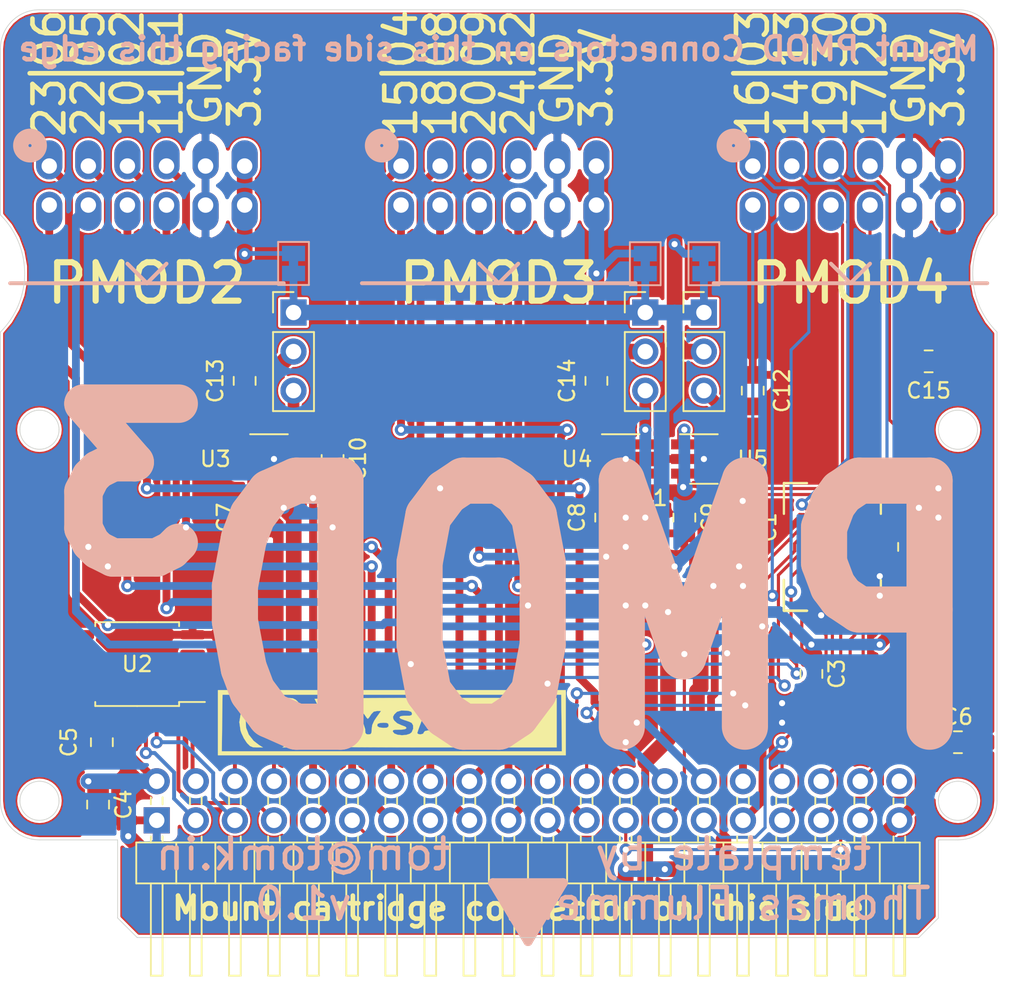
<source format=kicad_pcb>
(kicad_pcb (version 20171130) (host pcbnew 5.1.4-e60b266~84~ubuntu19.04.1)
  (layers (0 F.Cu signal) (31 B.Cu signal) (34 B.Paste user) (35 F.Paste user) (36 B.SilkS user) (37 F.SilkS user) (38 B.Mask user) (39 F.Mask user) (44 Edge.Cuts user))
  (net 0 "")
  (net 1 GND)
  (net 2 +3V3)
  (net 3 F_HOLD)
  (net 4 F_CS)
  (net 5 F_SCK)
  (net 6 F_MISO)
  (net 7 F_MOSI)
  (net 8 F_WP)
  (net 9 +5V)
  (net 10 GENIO1_PL11D_N)
  (net 11 GENIO2_PL11C_P)
  (net 12 GENIO3_PL11B)
  (net 13 GENIO4_PT11A_P)
  (net 14 GENIO5_PT4B_N)
  (net 15 GENIO6_PT4A_P)
  (net 16 GENIO8_PT11B_N)
  (net 17 GENIO9_PT18A_P)
  (net 18 GENIO10_PT15A_P)
  (net 19 GENIO11_PT15B_N)
  (net 20 GENIO12_PT18B_N)
  (net 21 GENIO13_PT20A)
  (net 22 GENIO14_PT27A)
  (net 23 GENIO15_PT31A_P)
  (net 24 GENIO16_PT33A)
  (net 25 GENIO17_PT29A)
  (net 26 GENIO18_PT31B_N)
  (net 27 GENIO19_PT33B)
  (net 28 GENIO20_PT36A_P)
  (net 29 GENIO21_PT42A)
  (net 30 GENIO22_PT38B_N)
  (net 31 GENIO23_PT38A_P)
  (net 32 GENIO24_PT36B_N)
  (net 33 GENIO25_PR17B)
  (net 34 GENIO26_PR20B)
  (net 35 GENIO27_PT44A)
  (net 36 GENIO28_PT49A)
  (net 37 GENIO29_PR14B)
  (net 38 GENIO30_PT56B)
  (net 39 /3V3-A)
  (net 40 /3V3-B)
  (net 41 /3V3-C)
  (net 42 /3V3-PMOD2)
  (net 43 /3V3-PMOD3)
  (net 44 /3V3-PMOD4)
  (module tom-connectors:PMOD_2X6_PTH_RA_SOCKET (layer B.Cu) (at 122.555 55.245 180)
    (fp_text reference PMOD4 (at 0 -6.35 180) (layer F.SilkS) (effects (font (size 2.5 2.5) (thickness 0.4))))
    (fp_text value PMOD-2x6-FEMALE hide)
    (pad 12 thru_hole oval (at -6.35 -1.27 270) (size 2.54 1.7) (drill 1 (offset 0.4 0)) (layers *.Cu *.Mask) (net 44 /3V3-PMOD4))
    (pad 6 thru_hole oval (at -6.35 1.27 270) (size 2.54 1.7) (drill 1 (offset -0.4 0)) (layers *.Cu *.Mask) (net 44 /3V3-PMOD4))
    (pad 11 thru_hole oval (at -3.81 -1.27 270) (size 2.54 1.7) (drill 1 (offset 0.4 0)) (layers *.Cu *.Mask) (net 1 GND))
    (pad 5 thru_hole oval (at -3.81 1.27 270) (size 2.54 1.7) (drill 1 (offset -0.4 0)) (layers *.Cu *.Mask) (net 1 GND))
    (pad 10 thru_hole oval (at -1.27 -1.27 270) (size 2.54 1.7) (drill 1 (offset 0.4 0)) (layers *.Cu *.Mask) (net 25 GENIO17_PT29A))
    (pad 4 thru_hole oval (at -1.27 1.27 270) (size 2.54 1.7) (drill 1 (offset -0.4 0)) (layers *.Cu *.Mask) (net 37 GENIO29_PR14B))
    (pad 9 thru_hole oval (at 1.27 -1.27 270) (size 2.54 1.7) (drill 1 (offset 0.4 0)) (layers *.Cu *.Mask) (net 27 GENIO19_PT33B))
    (pad 3 thru_hole oval (at 1.27 1.27 270) (size 2.54 1.7) (drill 1 (offset -0.4 0)) (layers *.Cu *.Mask) (net 38 GENIO30_PT56B))
    (pad 8 thru_hole oval (at 3.81 -1.27 270) (size 2.54 1.7) (drill 1 (offset 0.4 0)) (layers *.Cu *.Mask) (net 22 GENIO14_PT27A))
    (pad 2 thru_hole oval (at 3.81 1.27 270) (size 2.54 1.7) (drill 1 (offset -0.4 0)) (layers *.Cu *.Mask) (net 21 GENIO13_PT20A))
    (pad 7 thru_hole oval (at 6.35 -1.27 270) (size 2.54 1.7) (drill 1 (offset 0.4 0)) (layers *.Cu *.Mask) (net 24 GENIO16_PT33A))
    (pad 1 thru_hole oval (at 6.35 1.27 270) (size 2.54 1.7) (drill 1 (offset -0.4 0)) (layers *.Cu *.Mask) (net 12 GENIO3_PL11B))
  )
  (module tom-connectors:PMOD_2X6_PTH_RA_SOCKET (layer B.Cu) (at 99.695 55.245 180)
    (fp_text reference PMOD3 (at 0 -6.35 180) (layer F.SilkS) (effects (font (size 2.5 2.5) (thickness 0.4))))
    (fp_text value PMOD-2x6-FEMALE hide)
    (pad 12 thru_hole oval (at -6.35 -1.27 270) (size 2.54 1.7) (drill 1 (offset 0.4 0)) (layers *.Cu *.Mask) (net 43 /3V3-PMOD3))
    (pad 6 thru_hole oval (at -6.35 1.27 270) (size 2.54 1.7) (drill 1 (offset -0.4 0)) (layers *.Cu *.Mask) (net 43 /3V3-PMOD3))
    (pad 11 thru_hole oval (at -3.81 -1.27 270) (size 2.54 1.7) (drill 1 (offset 0.4 0)) (layers *.Cu *.Mask) (net 1 GND))
    (pad 5 thru_hole oval (at -3.81 1.27 270) (size 2.54 1.7) (drill 1 (offset -0.4 0)) (layers *.Cu *.Mask) (net 1 GND))
    (pad 10 thru_hole oval (at -1.27 -1.27 270) (size 2.54 1.7) (drill 1 (offset 0.4 0)) (layers *.Cu *.Mask) (net 32 GENIO24_PT36B_N))
    (pad 4 thru_hole oval (at -1.27 1.27 270) (size 2.54 1.7) (drill 1 (offset -0.4 0)) (layers *.Cu *.Mask) (net 20 GENIO12_PT18B_N))
    (pad 9 thru_hole oval (at 1.27 -1.27 270) (size 2.54 1.7) (drill 1 (offset 0.4 0)) (layers *.Cu *.Mask) (net 28 GENIO20_PT36A_P))
    (pad 3 thru_hole oval (at 1.27 1.27 270) (size 2.54 1.7) (drill 1 (offset -0.4 0)) (layers *.Cu *.Mask) (net 17 GENIO9_PT18A_P))
    (pad 8 thru_hole oval (at 3.81 -1.27 270) (size 2.54 1.7) (drill 1 (offset 0.4 0)) (layers *.Cu *.Mask) (net 26 GENIO18_PT31B_N))
    (pad 2 thru_hole oval (at 3.81 1.27 270) (size 2.54 1.7) (drill 1 (offset -0.4 0)) (layers *.Cu *.Mask) (net 16 GENIO8_PT11B_N))
    (pad 7 thru_hole oval (at 6.35 -1.27 270) (size 2.54 1.7) (drill 1 (offset 0.4 0)) (layers *.Cu *.Mask) (net 23 GENIO15_PT31A_P))
    (pad 1 thru_hole oval (at 6.35 1.27 270) (size 2.54 1.7) (drill 1 (offset -0.4 0)) (layers *.Cu *.Mask) (net 13 GENIO4_PT11A_P))
  )
  (module tom-connectors:PMOD_2X6_PTH_RA_SOCKET (layer B.Cu) (at 76.835 55.245 180)
    (fp_text reference PMOD2 (at 0 -6.35 180) (layer F.SilkS) (effects (font (size 2.5 2.5) (thickness 0.4))))
    (fp_text value PMOD-2x6-FEMALE hide)
    (pad 12 thru_hole oval (at -6.35 -1.27 270) (size 2.54 1.7) (drill 1 (offset 0.4 0)) (layers *.Cu *.Mask) (net 42 /3V3-PMOD2))
    (pad 6 thru_hole oval (at -6.35 1.27 270) (size 2.54 1.7) (drill 1 (offset -0.4 0)) (layers *.Cu *.Mask) (net 42 /3V3-PMOD2))
    (pad 11 thru_hole oval (at -3.81 -1.27 270) (size 2.54 1.7) (drill 1 (offset 0.4 0)) (layers *.Cu *.Mask) (net 1 GND))
    (pad 5 thru_hole oval (at -3.81 1.27 270) (size 2.54 1.7) (drill 1 (offset -0.4 0)) (layers *.Cu *.Mask) (net 1 GND))
    (pad 10 thru_hole oval (at -1.27 -1.27 270) (size 2.54 1.7) (drill 1 (offset 0.4 0)) (layers *.Cu *.Mask) (net 19 GENIO11_PT15B_N))
    (pad 4 thru_hole oval (at -1.27 1.27 270) (size 2.54 1.7) (drill 1 (offset -0.4 0)) (layers *.Cu *.Mask) (net 10 GENIO1_PL11D_N))
    (pad 9 thru_hole oval (at 1.27 -1.27 270) (size 2.54 1.7) (drill 1 (offset 0.4 0)) (layers *.Cu *.Mask) (net 18 GENIO10_PT15A_P))
    (pad 3 thru_hole oval (at 1.27 1.27 270) (size 2.54 1.7) (drill 1 (offset -0.4 0)) (layers *.Cu *.Mask) (net 11 GENIO2_PL11C_P))
    (pad 8 thru_hole oval (at 3.81 -1.27 270) (size 2.54 1.7) (drill 1 (offset 0.4 0)) (layers *.Cu *.Mask) (net 30 GENIO22_PT38B_N))
    (pad 2 thru_hole oval (at 3.81 1.27 270) (size 2.54 1.7) (drill 1 (offset -0.4 0)) (layers *.Cu *.Mask) (net 14 GENIO5_PT4B_N))
    (pad 7 thru_hole oval (at 6.35 -1.27 270) (size 2.54 1.7) (drill 1 (offset 0.4 0)) (layers *.Cu *.Mask) (net 31 GENIO23_PT38A_P))
    (pad 1 thru_hole oval (at 6.35 1.27 270) (size 2.54 1.7) (drill 1 (offset -0.4 0)) (layers *.Cu *.Mask) (net 15 GENIO6_PT4A_P))
  )
  (module tom-mechanical:cc-by-sa-80x15 (layer F.Cu) (at 92.71 90.17)
    (fp_text reference G*** hide)
    (fp_text value LOGO hide)
  )
  (module tom-semiconductors:SOIC-8_5.23x5.23mm_P1.27mm (layer F.Cu) (at 76.2 86.36 180)
    (fp_text reference U2 (at 0 0) (layer F.SilkS))
    (fp_text value W25Q128)
    (pad 8 smd roundrect (at 3.6 -1.905 180) (size 1.6 0.6) (layers F.Cu F.Paste F.Mask) (net 2 +3V3))
    (pad 7 smd roundrect (at 3.6 -0.635 180) (size 1.6 0.6) (layers F.Cu F.Paste F.Mask) (net 3 F_HOLD))
    (pad 6 smd roundrect (at 3.6 0.635 180) (size 1.6 0.6) (layers F.Cu F.Paste F.Mask) (net 5 F_SCK))
    (pad 5 smd roundrect (at 3.6 1.905 180) (size 1.6 0.6) (layers F.Cu F.Paste F.Mask) (net 7 F_MOSI))
    (pad 4 smd roundrect (at -3.6 1.905 180) (size 1.6 0.6) (layers F.Cu F.Paste F.Mask) (net 1 GND))
    (pad 3 smd roundrect (at -3.6 0.635 180) (size 1.6 0.6) (layers F.Cu F.Paste F.Mask) (net 8 F_WP))
    (pad 2 smd roundrect (at -3.6 -0.635 180) (size 1.6 0.6) (layers F.Cu F.Paste F.Mask) (net 6 F_MISO))
    (pad 1 smd roundrect (at -3.6 -1.905 180) (size 1.6 0.6) (layers F.Cu F.Paste F.Mask) (net 4 F_CS))
  )
  (module tom-semiconductors:SOT-23-5_HandSoldering (layer F.Cu) (at 113.03 73.025)
    (fp_text reference U5 (at 3.175 0) (layer F.SilkS))
    (fp_text value AP2112K-3.3)
    (pad 5 smd rect (at 1.35 -0.95) (size 1.56 0.65) (layers F.Cu F.Paste F.Mask) (net 41 /3V3-C))
    (pad 4 smd rect (at 1.35 0.95) (size 1.56 0.65) (layers F.Cu F.Paste F.Mask))
    (pad 3 smd rect (at -1.35 0.95) (size 1.56 0.65) (layers F.Cu F.Paste F.Mask) (net 9 +5V))
    (pad 2 smd rect (at -1.35 0) (size 1.56 0.65) (layers F.Cu F.Paste F.Mask) (net 1 GND))
    (pad 1 smd rect (at -1.35 -0.95) (size 1.56 0.65) (layers F.Cu F.Paste F.Mask) (net 9 +5V))
  )
  (module tom-semiconductors:SOT-23-5_HandSoldering (layer F.Cu) (at 107.95 73.025)
    (fp_text reference U4 (at -3.175 0) (layer F.SilkS))
    (fp_text value AP2112K-3.3)
    (pad 5 smd rect (at 1.35 -0.95) (size 1.56 0.65) (layers F.Cu F.Paste F.Mask) (net 40 /3V3-B))
    (pad 4 smd rect (at 1.35 0.95) (size 1.56 0.65) (layers F.Cu F.Paste F.Mask))
    (pad 3 smd rect (at -1.35 0.95) (size 1.56 0.65) (layers F.Cu F.Paste F.Mask) (net 9 +5V))
    (pad 2 smd rect (at -1.35 0) (size 1.56 0.65) (layers F.Cu F.Paste F.Mask) (net 1 GND))
    (pad 1 smd rect (at -1.35 -0.95) (size 1.56 0.65) (layers F.Cu F.Paste F.Mask) (net 9 +5V))
  )
  (module tom-semiconductors:SOT-23-5_HandSoldering (layer F.Cu) (at 85.09 73.025)
    (fp_text reference U3 (at -3.81 0) (layer F.SilkS))
    (fp_text value AP2112K-3.3)
    (pad 5 smd rect (at 1.35 -0.95) (size 1.56 0.65) (layers F.Cu F.Paste F.Mask) (net 39 /3V3-A))
    (pad 4 smd rect (at 1.35 0.95) (size 1.56 0.65) (layers F.Cu F.Paste F.Mask))
    (pad 3 smd rect (at -1.35 0.95) (size 1.56 0.65) (layers F.Cu F.Paste F.Mask) (net 9 +5V))
    (pad 2 smd rect (at -1.35 0) (size 1.56 0.65) (layers F.Cu F.Paste F.Mask) (net 1 GND))
    (pad 1 smd rect (at -1.35 -0.95) (size 1.56 0.65) (layers F.Cu F.Paste F.Mask) (net 9 +5V))
  )
  (module tom-semiconductors:BGA-24_5x5_6.0x8.0mm (layer F.Cu) (at 121.38 78.74 180)
    (fp_text reference U1 (at -3.08 -5) (layer F.SilkS))
    (fp_text value S70KL1281-pkl_memory)
    (pad B1 smd circle (at -2 -1 180) (size 0.4 0.4) (layers F.Cu F.Paste F.Mask) (net 35 GENIO27_PT44A))
    (pad C1 smd circle (at -2 0 180) (size 0.4 0.4) (layers F.Cu F.Paste F.Mask) (net 1 GND))
    (pad D1 smd circle (at -2 1 180) (size 0.4 0.4) (layers F.Cu F.Paste F.Mask) (net 2 +3V3))
    (pad E1 smd circle (at -2 2 180) (size 0.4 0.4) (layers F.Cu F.Paste F.Mask) (net 37 GENIO29_PR14B))
    (pad A2 smd circle (at -1 -2 180) (size 0.4 0.4) (layers F.Cu F.Paste F.Mask))
    (pad B2 smd circle (at -1 -1 180) (size 0.4 0.4) (layers F.Cu F.Paste F.Mask) (net 36 GENIO28_PT49A))
    (pad C2 smd circle (at -1 0 180) (size 0.4 0.4) (layers F.Cu F.Paste F.Mask))
    (pad D2 smd circle (at -1 1 180) (size 0.4 0.4) (layers F.Cu F.Paste F.Mask) (net 33 GENIO25_PR17B))
    (pad E2 smd circle (at -1 2 180) (size 0.4 0.4) (layers F.Cu F.Paste F.Mask) (net 38 GENIO30_PT56B))
    (pad A3 smd circle (at 0 -2 180) (size 0.4 0.4) (layers F.Cu F.Paste F.Mask) (net 34 GENIO26_PR20B))
    (pad B3 smd circle (at 0 -1 180) (size 0.4 0.4) (layers F.Cu F.Paste F.Mask) (net 1 GND))
    (pad C3 smd circle (at 0 0 180) (size 0.4 0.4) (layers F.Cu F.Paste F.Mask) (net 12 GENIO3_PL11B))
    (pad D3 smd circle (at 0 1 180) (size 0.4 0.4) (layers F.Cu F.Paste F.Mask) (net 27 GENIO19_PT33B))
    (pad E3 smd circle (at 0 2 180) (size 0.4 0.4) (layers F.Cu F.Paste F.Mask) (net 25 GENIO17_PT29A))
    (pad A4 smd circle (at 1 -2 180) (size 0.4 0.4) (layers F.Cu F.Paste F.Mask) (net 29 GENIO21_PT42A))
    (pad B4 smd circle (at 1 -1 180) (size 0.4 0.4) (layers F.Cu F.Paste F.Mask) (net 2 +3V3))
    (pad C4 smd circle (at 1 0 180) (size 0.4 0.4) (layers F.Cu F.Paste F.Mask) (net 22 GENIO14_PT27A))
    (pad D4 smd circle (at 1 1 180) (size 0.4 0.4) (layers F.Cu F.Paste F.Mask) (net 21 GENIO13_PT20A))
    (pad E4 smd circle (at 1 2 180) (size 0.4 0.4) (layers F.Cu F.Paste F.Mask) (net 2 +3V3))
    (pad A5 smd circle (at 2 -2 180) (size 0.4 0.4) (layers F.Cu F.Paste F.Mask))
    (pad B5 smd circle (at 2 -1 180) (size 0.4 0.4) (layers F.Cu F.Paste F.Mask))
    (pad C5 smd circle (at 2 0 180) (size 0.4 0.4) (layers F.Cu F.Paste F.Mask))
    (pad D5 smd circle (at 2 1 180) (size 0.4 0.4) (layers F.Cu F.Paste F.Mask) (net 24 GENIO16_PT33A))
    (pad E5 smd circle (at 2 2 180) (size 0.4 0.4) (layers F.Cu F.Paste F.Mask) (net 1 GND))
  )
  (module tom-mechanical:SolderJumper-2_P1.3mm_Bridged_Pad1.0x1.5mm (layer B.Cu) (at 113.03 60.325 90)
    (fp_text reference JP6 hide)
    (fp_text value JUMPER)
    (pad 2 smd rect (at 0.65 0 90) (size 1 1.5) (layers B.Cu B.Mask) (net 44 /3V3-PMOD4))
    (pad 1 smd custom (at -0.65 0 90) (size 1 1.5) (layers B.Cu B.Mask) (net 2 +3V3) (options (clearance outline) (anchor rect)) (primitives (gr_poly (pts (xy 0.4 0.3) (xy 0.9 0.3) (xy 0.9 -0.3) (xy 0.4 -0.3)) (width 0))))
  )
  (module tom-mechanical:SolderJumper-2_P1.3mm_Bridged_Pad1.0x1.5mm (layer B.Cu) (at 109.22 60.325 90)
    (fp_text reference JP5 hide)
    (fp_text value JUMPER)
    (pad 2 smd rect (at 0.65 0 90) (size 1 1.5) (layers B.Cu B.Mask) (net 43 /3V3-PMOD3))
    (pad 1 smd custom (at -0.65 0 90) (size 1 1.5) (layers B.Cu B.Mask) (net 2 +3V3) (options (clearance outline) (anchor rect)) (primitives (gr_poly (pts (xy 0.4 0.3) (xy 0.9 0.3) (xy 0.9 -0.3) (xy 0.4 -0.3)) (width 0))))
  )
  (module tom-mechanical:SolderJumper-2_P1.3mm_Bridged_Pad1.0x1.5mm (layer B.Cu) (at 86.36 60.31 90)
    (fp_text reference JP4 hide)
    (fp_text value JUMPER)
    (pad 2 smd rect (at 0.65 0 90) (size 1 1.5) (layers B.Cu B.Mask) (net 42 /3V3-PMOD2))
    (pad 1 smd custom (at -0.65 0 90) (size 1 1.5) (layers B.Cu B.Mask) (net 2 +3V3) (options (clearance outline) (anchor rect)) (primitives (gr_poly (pts (xy 0.4 0.3) (xy 0.9 0.3) (xy 0.9 -0.3) (xy 0.4 -0.3)) (width 0))))
  )
  (module tom-connectors:PinHeader_1x03_P2.54mm_Vertical (layer F.Cu) (at 109.22 63.5)
    (fp_text reference JP3 hide)
    (fp_text value JUMPER3)
    (pad 3 thru_hole oval (at 0 5.08) (size 1.7 1.7) (drill 1) (layers *.Cu *.Mask) (net 40 /3V3-B))
    (pad 2 thru_hole oval (at 0 2.54) (size 1.7 1.7) (drill 1) (layers *.Cu *.Mask) (net 43 /3V3-PMOD3))
    (pad 1 thru_hole rect (at 0 0) (size 1.7 1.7) (drill 1) (layers *.Cu *.Mask) (net 2 +3V3))
  )
  (module tom-connectors:PinHeader_1x03_P2.54mm_Vertical (layer F.Cu) (at 86.36 63.5)
    (fp_text reference JP2 hide)
    (fp_text value JUMPER3)
    (pad 3 thru_hole oval (at 0 5.08) (size 1.7 1.7) (drill 1) (layers *.Cu *.Mask) (net 39 /3V3-A))
    (pad 2 thru_hole oval (at 0 2.54) (size 1.7 1.7) (drill 1) (layers *.Cu *.Mask) (net 42 /3V3-PMOD2))
    (pad 1 thru_hole rect (at 0 0) (size 1.7 1.7) (drill 1) (layers *.Cu *.Mask) (net 2 +3V3))
  )
  (module tom-connectors:PinHeader_1x03_P2.54mm_Vertical (layer F.Cu) (at 113.03 63.5)
    (fp_text reference JP1 hide)
    (fp_text value JUMPER3)
    (pad 3 thru_hole oval (at 0 5.08) (size 1.7 1.7) (drill 1) (layers *.Cu *.Mask) (net 41 /3V3-C))
    (pad 2 thru_hole oval (at 0 2.54) (size 1.7 1.7) (drill 1) (layers *.Cu *.Mask) (net 44 /3V3-PMOD4))
    (pad 1 thru_hole rect (at 0 0) (size 1.7 1.7) (drill 1) (layers *.Cu *.Mask) (net 2 +3V3))
  )
  (module tom-passives:C_0805_2012Metric_Pad1.15x1.40mm_HandSolder (layer F.Cu) (at 127.635 66.675 180)
    (fp_text reference C15 (at 0 -1.905) (layer F.SilkS))
    (fp_text value 10uF/10V)
    (pad 2 smd roundrect (at 1.025 0 180) (size 1.15 1.4) (layers F.Cu F.Paste F.Mask) (roundrect_rratio 0.217391) (net 1 GND))
    (pad 1 smd roundrect (at -1.025 0 180) (size 1.15 1.4) (layers F.Cu F.Paste F.Mask) (roundrect_rratio 0.217391) (net 44 /3V3-PMOD4))
  )
  (module tom-passives:C_0805_2012Metric_Pad1.15x1.40mm_HandSolder (layer F.Cu) (at 106.045 67.945 270)
    (fp_text reference C14 (at 0 1.905 90) (layer F.SilkS))
    (fp_text value 10uF/10V)
    (pad 2 smd roundrect (at 1.025 0 270) (size 1.15 1.4) (layers F.Cu F.Paste F.Mask) (roundrect_rratio 0.217391) (net 1 GND))
    (pad 1 smd roundrect (at -1.025 0 270) (size 1.15 1.4) (layers F.Cu F.Paste F.Mask) (roundrect_rratio 0.217391) (net 43 /3V3-PMOD3))
  )
  (module tom-passives:C_0805_2012Metric_Pad1.15x1.40mm_HandSolder (layer F.Cu) (at 83.185 67.945 270)
    (fp_text reference C13 (at 0 1.905 90) (layer F.SilkS))
    (fp_text value 10uF/10V)
    (pad 2 smd roundrect (at 1.025 0 270) (size 1.15 1.4) (layers F.Cu F.Paste F.Mask) (roundrect_rratio 0.217391) (net 1 GND))
    (pad 1 smd roundrect (at -1.025 0 270) (size 1.15 1.4) (layers F.Cu F.Paste F.Mask) (roundrect_rratio 0.217391) (net 42 /3V3-PMOD2))
  )
  (module tom-passives:C_0805_2012Metric_Pad1.15x1.40mm_HandSolder (layer F.Cu) (at 116.205 68.58 90)
    (fp_text reference C12 (at 0 1.905 90) (layer F.SilkS))
    (fp_text value 1uF/10V)
    (pad 2 smd roundrect (at 1.025 0 90) (size 1.15 1.4) (layers F.Cu F.Paste F.Mask) (roundrect_rratio 0.217391) (net 1 GND))
    (pad 1 smd roundrect (at -1.025 0 90) (size 1.15 1.4) (layers F.Cu F.Paste F.Mask) (roundrect_rratio 0.217391) (net 41 /3V3-C))
  )
  (module tom-passives:C_0805_2012Metric_Pad1.15x1.40mm_HandSolder (layer F.Cu) (at 109.22 78.74 270)
    (fp_text reference C11 (at -3.175 0 180) (layer F.SilkS))
    (fp_text value 1uF/10V)
    (pad 2 smd roundrect (at 1.025 0 270) (size 1.15 1.4) (layers F.Cu F.Paste F.Mask) (roundrect_rratio 0.217391) (net 1 GND))
    (pad 1 smd roundrect (at -1.025 0 270) (size 1.15 1.4) (layers F.Cu F.Paste F.Mask) (roundrect_rratio 0.217391) (net 40 /3V3-B))
  )
  (module tom-passives:C_0805_2012Metric_Pad1.15x1.40mm_HandSolder (layer F.Cu) (at 115.57 77.47 270)
    (fp_text reference C1 (at 0 -1.65 90) (layer F.SilkS))
    (fp_text value 100nF)
    (pad 2 smd roundrect (at 1.025 0 270) (size 1.15 1.4) (layers F.Cu F.Paste F.Mask) (roundrect_rratio 0.217391) (net 1 GND))
    (pad 1 smd roundrect (at -1.025 0 270) (size 1.15 1.4) (layers F.Cu F.Paste F.Mask) (roundrect_rratio 0.217391) (net 2 +3V3))
  )
  (module tom-passives:C_0805_2012Metric_Pad1.15x1.40mm_HandSolder (layer F.Cu) (at 88.9 73.025 270)
    (fp_text reference C10 (at 0 -1.65 90) (layer F.SilkS))
    (fp_text value 1uF/10V)
    (pad 2 smd roundrect (at 1.025 0 270) (size 1.15 1.4) (layers F.Cu F.Paste F.Mask) (roundrect_rratio 0.217391) (net 1 GND))
    (pad 1 smd roundrect (at -1.025 0 270) (size 1.15 1.4) (layers F.Cu F.Paste F.Mask) (roundrect_rratio 0.217391) (net 39 /3V3-A))
  )
  (module tom-passives:C_0805_2012Metric_Pad1.15x1.40mm_HandSolder (layer F.Cu) (at 111.76 76.835 270)
    (fp_text reference C9 (at 0 -1.65 90) (layer F.SilkS))
    (fp_text value 1uF/10V)
    (pad 2 smd roundrect (at 1.025 0 270) (size 1.15 1.4) (layers F.Cu F.Paste F.Mask) (roundrect_rratio 0.217391) (net 1 GND))
    (pad 1 smd roundrect (at -1.025 0 270) (size 1.15 1.4) (layers F.Cu F.Paste F.Mask) (roundrect_rratio 0.217391) (net 9 +5V))
  )
  (module tom-passives:C_0805_2012Metric_Pad1.15x1.40mm_HandSolder (layer F.Cu) (at 106.68 76.835 270)
    (fp_text reference C8 (at 0 1.905 90) (layer F.SilkS))
    (fp_text value 1uF/10V)
    (pad 2 smd roundrect (at 1.025 0 270) (size 1.15 1.4) (layers F.Cu F.Paste F.Mask) (roundrect_rratio 0.217391) (net 1 GND))
    (pad 1 smd roundrect (at -1.025 0 270) (size 1.15 1.4) (layers F.Cu F.Paste F.Mask) (roundrect_rratio 0.217391) (net 9 +5V))
  )
  (module tom-passives:C_0805_2012Metric_Pad1.15x1.40mm_HandSolder (layer F.Cu) (at 83.82 76.835 270)
    (fp_text reference C7 (at 0 1.905 90) (layer F.SilkS))
    (fp_text value 1uF/10V)
    (pad 2 smd roundrect (at 1.025 0 270) (size 1.15 1.4) (layers F.Cu F.Paste F.Mask) (roundrect_rratio 0.217391) (net 1 GND))
    (pad 1 smd roundrect (at -1.025 0 270) (size 1.15 1.4) (layers F.Cu F.Paste F.Mask) (roundrect_rratio 0.217391) (net 9 +5V))
  )
  (module tom-passives:C_0805_2012Metric_Pad1.15x1.40mm_HandSolder (layer F.Cu) (at 129.54 91.44)
    (fp_text reference C6 (at 0 -1.65) (layer F.SilkS))
    (fp_text value 10uF/10V)
    (pad 2 smd roundrect (at 1.025 0) (size 1.15 1.4) (layers F.Cu F.Paste F.Mask) (roundrect_rratio 0.217391) (net 1 GND))
    (pad 1 smd roundrect (at -1.025 0) (size 1.15 1.4) (layers F.Cu F.Paste F.Mask) (roundrect_rratio 0.217391) (net 9 +5V))
  )
  (module tom-passives:C_0805_2012Metric_Pad1.15x1.40mm_HandSolder (layer F.Cu) (at 73.905 91.44 270)
    (fp_text reference C5 (at 0 2.15 90) (layer F.SilkS))
    (fp_text value 100nF)
    (pad 2 smd roundrect (at 1.025 0 270) (size 1.15 1.4) (layers F.Cu F.Paste F.Mask) (roundrect_rratio 0.217391) (net 1 GND))
    (pad 1 smd roundrect (at -1.025 0 270) (size 1.15 1.4) (layers F.Cu F.Paste F.Mask) (roundrect_rratio 0.217391) (net 2 +3V3))
  )
  (module tom-passives:C_0805_2012Metric_Pad1.15x1.40mm_HandSolder (layer F.Cu) (at 73.66 95.495 270)
    (fp_text reference C4 (at 0 -1.65 90) (layer F.SilkS))
    (fp_text value 10uF)
    (pad 2 smd roundrect (at 1.025 0 270) (size 1.15 1.4) (layers F.Cu F.Paste F.Mask) (roundrect_rratio 0.217391) (net 1 GND))
    (pad 1 smd roundrect (at -1.025 0 270) (size 1.15 1.4) (layers F.Cu F.Paste F.Mask) (roundrect_rratio 0.217391) (net 2 +3V3))
  )
  (module tom-passives:C_0805_2012Metric_Pad1.15x1.40mm_HandSolder (layer F.Cu) (at 120.015 86.995 270)
    (fp_text reference C3 (at 0 -1.65 90) (layer F.SilkS))
    (fp_text value 100nF)
    (pad 2 smd roundrect (at 1.025 0 270) (size 1.15 1.4) (layers F.Cu F.Paste F.Mask) (roundrect_rratio 0.217391) (net 1 GND))
    (pad 1 smd roundrect (at -1.025 0 270) (size 1.15 1.4) (layers F.Cu F.Paste F.Mask) (roundrect_rratio 0.217391) (net 2 +3V3))
  )
  (module tom-passives:C_0805_2012Metric_Pad1.15x1.40mm_HandSolder (layer F.Cu) (at 126.365 78.74 270)
    (fp_text reference C2 (at 0 -1.65 90) (layer F.SilkS))
    (fp_text value 100nF)
    (pad 2 smd roundrect (at 1.025 0 270) (size 1.15 1.4) (layers F.Cu F.Paste F.Mask) (roundrect_rratio 0.217391) (net 1 GND))
    (pad 1 smd roundrect (at -1.025 0 270) (size 1.15 1.4) (layers F.Cu F.Paste F.Mask) (roundrect_rratio 0.217391) (net 2 +3V3))
  )
  (module SuperconCartridge:Supercon_Cartridge_40pin_Connector (layer F.Cu) (at 125.73 93.98 270)
    (fp_text reference J1 hide)
    (fp_text value "Cartridge Connector")
    (pad 1 thru_hole rect (at 2.54 48.26 270) (size 1.7 1.7) (drill 1) (layers *.Cu *.Mask) (net 1 GND))
    (pad 2 thru_hole circle (at 0 48.26 270) (size 1.7 1.7) (drill 1) (layers *.Cu *.Mask) (net 2 +3V3))
    (pad 3 thru_hole oval (at 2.54 45.72 270) (size 1.7 1.7) (drill 1) (layers *.Cu *.Mask) (net 3 F_HOLD))
    (pad 4 thru_hole oval (at 0 45.72 270) (size 1.7 1.7) (drill 1) (layers *.Cu *.Mask) (net 4 F_CS))
    (pad 5 thru_hole oval (at 2.54 43.18 270) (size 1.7 1.7) (drill 1) (layers *.Cu *.Mask) (net 5 F_SCK))
    (pad 6 thru_hole oval (at 0 43.18 270) (size 1.7 1.7) (drill 1) (layers *.Cu *.Mask) (net 6 F_MISO))
    (pad 7 thru_hole oval (at 2.54 40.64 270) (size 1.7 1.7) (drill 1) (layers *.Cu *.Mask) (net 7 F_MOSI))
    (pad 8 thru_hole oval (at 0 40.64 270) (size 1.7 1.7) (drill 1) (layers *.Cu *.Mask) (net 8 F_WP))
    (pad 9 thru_hole oval (at 2.54 38.1 270) (size 1.7 1.7) (drill 1) (layers *.Cu *.Mask) (net 10 GENIO1_PL11D_N))
    (pad 10 thru_hole oval (at 0 38.1 270) (size 1.7 1.7) (drill 1) (layers *.Cu *.Mask) (net 11 GENIO2_PL11C_P))
    (pad 11 thru_hole oval (at 2.54 35.56 270) (size 1.7 1.7) (drill 1) (layers *.Cu *.Mask) (net 12 GENIO3_PL11B))
    (pad 12 thru_hole oval (at 0 35.56 270) (size 1.7 1.7) (drill 1) (layers *.Cu *.Mask) (net 13 GENIO4_PT11A_P))
    (pad 13 thru_hole oval (at 2.54 33.02 270) (size 1.7 1.7) (drill 1) (layers *.Cu *.Mask) (net 14 GENIO5_PT4B_N))
    (pad 14 thru_hole oval (at 0 33.02 270) (size 1.7 1.7) (drill 1) (layers *.Cu *.Mask) (net 15 GENIO6_PT4A_P))
    (pad 15 thru_hole oval (at 2.54 30.48 270) (size 1.7 1.7) (drill 1) (layers *.Cu *.Mask))
    (pad 16 thru_hole oval (at 0 30.48 270) (size 1.7 1.7) (drill 1) (layers *.Cu *.Mask) (net 16 GENIO8_PT11B_N))
    (pad 17 thru_hole oval (at 2.54 27.94 270) (size 1.7 1.7) (drill 1) (layers *.Cu *.Mask) (net 17 GENIO9_PT18A_P))
    (pad 18 thru_hole oval (at 0 27.94 270) (size 1.7 1.7) (drill 1) (layers *.Cu *.Mask) (net 18 GENIO10_PT15A_P))
    (pad 19 thru_hole oval (at 2.54 25.4 270) (size 1.7 1.7) (drill 1) (layers *.Cu *.Mask) (net 19 GENIO11_PT15B_N))
    (pad 20 thru_hole oval (at 0 25.4 270) (size 1.7 1.7) (drill 1) (layers *.Cu *.Mask) (net 20 GENIO12_PT18B_N))
    (pad 21 thru_hole oval (at 2.54 22.86 270) (size 1.7 1.7) (drill 1) (layers *.Cu *.Mask) (net 21 GENIO13_PT20A))
    (pad 22 thru_hole oval (at 0 22.86 270) (size 1.7 1.7) (drill 1) (layers *.Cu *.Mask) (net 22 GENIO14_PT27A))
    (pad 23 thru_hole oval (at 2.54 20.32 270) (size 1.7 1.7) (drill 1) (layers *.Cu *.Mask) (net 23 GENIO15_PT31A_P))
    (pad 24 thru_hole oval (at 0 20.32 270) (size 1.7 1.7) (drill 1) (layers *.Cu *.Mask) (net 24 GENIO16_PT33A))
    (pad 25 thru_hole oval (at 2.54 17.78 270) (size 1.7 1.7) (drill 1) (layers *.Cu *.Mask) (net 25 GENIO17_PT29A))
    (pad 26 thru_hole oval (at 0 17.78 270) (size 1.7 1.7) (drill 1) (layers *.Cu *.Mask) (net 26 GENIO18_PT31B_N))
    (pad 27 thru_hole oval (at 2.54 15.24 270) (size 1.7 1.7) (drill 1) (layers *.Cu *.Mask) (net 27 GENIO19_PT33B))
    (pad 28 thru_hole oval (at 0 15.24 270) (size 1.7 1.7) (drill 1) (layers *.Cu *.Mask) (net 28 GENIO20_PT36A_P))
    (pad 29 thru_hole oval (at 2.54 12.7 270) (size 1.7 1.7) (drill 1) (layers *.Cu *.Mask) (net 29 GENIO21_PT42A))
    (pad 30 thru_hole oval (at 0 12.7 270) (size 1.7 1.7) (drill 1) (layers *.Cu *.Mask) (net 30 GENIO22_PT38B_N))
    (pad 31 thru_hole oval (at 2.54 10.16 270) (size 1.7 1.7) (drill 1) (layers *.Cu *.Mask) (net 31 GENIO23_PT38A_P))
    (pad 32 thru_hole oval (at 0 10.16 270) (size 1.7 1.7) (drill 1) (layers *.Cu *.Mask) (net 32 GENIO24_PT36B_N))
    (pad 33 thru_hole oval (at 2.54 7.62 270) (size 1.7 1.7) (drill 1) (layers *.Cu *.Mask) (net 33 GENIO25_PR17B))
    (pad 34 thru_hole oval (at 0 7.62 270) (size 1.7 1.7) (drill 1) (layers *.Cu *.Mask) (net 34 GENIO26_PR20B))
    (pad 35 thru_hole oval (at 2.54 5.08 270) (size 1.7 1.7) (drill 1) (layers *.Cu *.Mask) (net 35 GENIO27_PT44A))
    (pad 36 thru_hole oval (at 0 5.08 270) (size 1.7 1.7) (drill 1) (layers *.Cu *.Mask) (net 36 GENIO28_PT49A))
    (pad 37 thru_hole oval (at 2.54 2.54 270) (size 1.7 1.7) (drill 1) (layers *.Cu *.Mask) (net 37 GENIO29_PR14B))
    (pad 38 thru_hole oval (at 0 2.54 270) (size 1.7 1.7) (drill 1) (layers *.Cu *.Mask) (net 38 GENIO30_PT56B))
    (pad 39 thru_hole oval (at 2.54 0 270) (size 1.7 1.7) (drill 1) (layers *.Cu *.Mask) (net 9 +5V))
    (pad 40 thru_hole circle (at 0 0 270) (size 1.7 1.7) (drill 1) (layers *.Cu *.Mask))
  )
  (gr_line (start 74.93 97.79) (end 74.93 102.87) (layer Edge.Cuts) (width 0.05))
  (gr_line (start 128.27 97.79) (end 128.27 102.87) (layer Edge.Cuts) (width 0.05))
  (gr_line (start 132.08 46.355) (end 132.08 57.15) (layer Edge.Cuts) (width 0.05))
  (gr_line (start 67.31 57.15) (end 67.31 46.355) (layer Edge.Cuts) (width 0.05))
  (gr_text "Mount cartridge connector on this side" (at 100.965 102.235) (layer F.SilkS) (effects (font (size 1.5 1.5) (thickness 0.3))))
  (gr_line (start 69.85 43.815) (end 129.54 43.815) (layer Edge.Cuts) (width 0.05))
  (gr_text 3 (at 75.565 74.93) (layer B.SilkS) (effects (font (size 10 10) (thickness 2.5)) (justify mirror)))
  (gr_text PMOD (at 105.41 83.185) (layer B.SilkS) (effects (font (size 16 12) (thickness 3)) (justify mirror)))
  (gr_text "tom@tomk.in\nv1.0" (at 86.995 100.33) (layer B.SilkS) (effects (font (size 2 2) (thickness 0.3)) (justify mirror)))
  (gr_text "template by\nThomas Flummer" (at 114.935 100.33) (layer B.SilkS) (effects (font (size 2 2) (thickness 0.3)) (justify mirror)))
  (gr_text 17 (at 123.825 50.165 90) (layer F.SilkS) (effects (font (size 2 2) (thickness 0.3))))
  (gr_text "19\n" (at 121.285 50.165 90) (layer F.SilkS) (effects (font (size 2 2) (thickness 0.3))))
  (gr_text 14 (at 118.745 50.165 90) (layer F.SilkS) (effects (font (size 2 2) (thickness 0.3))))
  (gr_text 16 (at 116.205 50.165 90) (layer F.SilkS) (effects (font (size 2 2) (thickness 0.3))))
  (gr_text 13 (at 118.745 45.72 90) (layer F.SilkS) (effects (font (size 2 2) (thickness 0.3))))
  (gr_text 29 (at 123.825 45.72 90) (layer F.SilkS) (effects (font (size 2 2) (thickness 0.3))))
  (gr_text "03\n" (at 116.205 45.72 90) (layer F.SilkS) (effects (font (size 2 2) (thickness 0.3))))
  (gr_line (start 114.935 47.9425) (end 124.841 47.9425) (layer F.SilkS) (width 0.3))
  (gr_text 30 (at 121.285 45.72 90) (layer F.SilkS) (effects (font (size 2 2) (thickness 0.3))))
  (gr_text 15 (at 93.345 50.165 90) (layer F.SilkS) (effects (font (size 2 2) (thickness 0.3))))
  (gr_text 18 (at 95.885 50.165 90) (layer F.SilkS) (effects (font (size 2 2) (thickness 0.3))))
  (gr_text 20 (at 98.425 50.165 90) (layer F.SilkS) (effects (font (size 2 2) (thickness 0.3))))
  (gr_text 24 (at 100.965 50.165 90) (layer F.SilkS) (effects (font (size 2 2) (thickness 0.3))))
  (gr_text 12 (at 100.965 45.72 90) (layer F.SilkS) (effects (font (size 2 2) (thickness 0.3))))
  (gr_text 09 (at 98.425 45.72 90) (layer F.SilkS) (effects (font (size 2 2) (thickness 0.3))))
  (gr_line (start 92.075 47.9425) (end 101.981 47.9425) (layer F.SilkS) (width 0.3))
  (gr_text 04 (at 93.345 45.72 90) (layer F.SilkS) (effects (font (size 2 2) (thickness 0.3))))
  (gr_text 08 (at 95.885 45.72 90) (layer F.SilkS) (effects (font (size 2 2) (thickness 0.3))))
  (gr_line (start 69.215 47.9425) (end 79.121 47.9425) (layer F.SilkS) (width 0.3))
  (gr_text GND (at 126.365 48.26 90) (layer F.SilkS) (effects (font (size 2 2) (thickness 0.3))))
  (gr_text GND (at 103.505 48.26 90) (layer F.SilkS) (effects (font (size 2 2) (thickness 0.3))))
  (gr_text 3.3V (at 128.905 48.26 90) (layer F.SilkS) (effects (font (size 2 2) (thickness 0.3))))
  (gr_text 3.3V (at 106.045 48.26 90) (layer F.SilkS) (effects (font (size 2 2) (thickness 0.3))))
  (gr_text 3.3V (at 83.185 48.26 90) (layer F.SilkS) (effects (font (size 2 2) (thickness 0.3))))
  (gr_text GND (at 80.645 48.26 90) (layer F.SilkS) (effects (font (size 2 2) (thickness 0.3))))
  (gr_text 11 (at 78.105 50.165 90) (layer F.SilkS) (effects (font (size 2 2) (thickness 0.3))))
  (gr_text 10 (at 75.565 50.165 90) (layer F.SilkS) (effects (font (size 2 2) (thickness 0.3))))
  (gr_text 22 (at 73.025 50.165 90) (layer F.SilkS) (effects (font (size 2 2) (thickness 0.3))))
  (gr_text 23 (at 70.485 50.165 90) (layer F.SilkS) (effects (font (size 2 2) (thickness 0.3))))
  (gr_text 01 (at 78.105 45.72 90) (layer F.SilkS) (effects (font (size 2 2) (thickness 0.3))))
  (gr_text 02 (at 75.565 45.72 90) (layer F.SilkS) (effects (font (size 2 2) (thickness 0.3))))
  (gr_text 05 (at 73.025 45.72 90) (layer F.SilkS) (effects (font (size 2 2) (thickness 0.3))))
  (gr_text 06 (at 70.485 45.72 90) (layer F.SilkS) (effects (font (size 2 2) (thickness 0.3))))
  (gr_arc (start 129.539999 71.12) (end 128.27 71.12) (angle -180) (layer Edge.Cuts) (width 0.05))
  (gr_arc (start 129.54 71.12) (end 130.81 71.12) (angle -180) (layer Edge.Cuts) (width 0.05))
  (gr_arc (start 69.849999 71.12) (end 68.58 71.12) (angle -180) (layer Edge.Cuts) (width 0.05))
  (gr_arc (start 69.849998 71.12) (end 71.119998 71.12) (angle -180) (layer Edge.Cuts) (width 0.05))
  (gr_text "Mount PMOD Connectors on this side facing this edge" (at 99.695 46.355) (layer B.SilkS) (effects (font (size 1.5 1.5) (thickness 0.3)) (justify mirror)))
  (gr_line (start 101.473 103.886) (end 101.727 103.886) (layer B.SilkS) (width 0.6))
  (gr_line (start 101.219 103.505) (end 101.981 103.505) (layer B.SilkS) (width 0.6))
  (gr_line (start 100.965 102.997) (end 102.235 102.997) (layer B.SilkS) (width 0.6))
  (gr_line (start 100.711 102.489) (end 102.489 102.489) (layer B.SilkS) (width 0.6))
  (gr_line (start 100.33 101.981) (end 102.87 101.981) (layer B.SilkS) (width 0.6))
  (gr_line (start 100.076 101.473) (end 103.124 101.473) (layer B.SilkS) (width 0.6))
  (gr_line (start 99.822 100.965) (end 103.505 100.965) (layer B.SilkS) (width 0.6))
  (gr_line (start 103.886 100.584) (end 101.6 104.394) (layer B.SilkS) (width 0.6))
  (gr_line (start 99.314 100.584) (end 103.886 100.584) (layer B.SilkS) (width 0.6))
  (gr_line (start 101.6 104.394) (end 99.314 100.584) (layer B.SilkS) (width 0.6))
  (gr_arc (start 69.85 95.25) (end 67.31 95.25) (angle -89.99997744) (layer Edge.Cuts) (width 0.05))
  (gr_arc (start 129.539999 95.25) (end 129.539999 97.789999) (angle -89.99997744) (layer Edge.Cuts) (width 0.05))
  (gr_arc (start 129.539999 95.25) (end 128.27 95.25) (angle -180) (layer Edge.Cuts) (width 0.05))
  (gr_arc (start 129.54 95.25) (end 130.81 95.25) (angle -180) (layer Edge.Cuts) (width 0.05))
  (gr_arc (start 69.85 95.25) (end 71.12 95.25) (angle -180) (layer Edge.Cuts) (width 0.05))
  (gr_arc (start 69.849999 95.25) (end 68.58 95.25) (angle -180) (layer Edge.Cuts) (width 0.05))
  (gr_arc (start 63.500001 60.959999) (end 67.31 64.769998) (angle -90) (layer Edge.Cuts) (width 0.05))
  (gr_arc (start 135.889999 60.960001) (end 132.08 57.150002) (angle -90) (layer Edge.Cuts) (width 0.05))
  (gr_arc (start 69.85 46.355) (end 69.85 43.815) (angle -90) (layer Edge.Cuts) (width 0.05))
  (gr_arc (start 129.54 46.355) (end 132.08 46.355) (angle -90) (layer Edge.Cuts) (width 0.05))
  (gr_line (start 128.27 97.79) (end 129.54 97.79) (layer Edge.Cuts) (width 0.05))
  (gr_line (start 67.31 95.25) (end 67.31 64.769998) (layer Edge.Cuts) (width 0.05))
  (gr_line (start 74.93 97.79) (end 69.849999 97.79) (layer Edge.Cuts) (width 0.05))
  (gr_line (start 76.2 104.14) (end 74.93 102.87) (layer Edge.Cuts) (width 0.05))
  (gr_line (start 132.08 95.25) (end 132.08 64.77) (layer Edge.Cuts) (width 0.05))
  (gr_line (start 127 104.14) (end 128.27 102.87) (layer Edge.Cuts) (width 0.05))
  (gr_line (start 76.2 104.14) (end 127 104.14) (layer Edge.Cuts) (width 0.05))
  (via (at 120.65 83.185) (size 0.8) (drill 0.4) (layers F.Cu B.Cu) (net 1))
  (segment (start 120.925999 80.194001) (end 120.925999 82.909001) (width 0.2032) (layer F.Cu) (net 1))
  (segment (start 121.38 79.74) (end 120.925999 80.194001) (width 0.2032) (layer F.Cu) (net 1))
  (segment (start 120.925999 82.909001) (end 120.65 83.185) (width 0.2032) (layer F.Cu) (net 1))
  (segment (start 120.015 88.02) (end 119.625 88.02) (width 0.508) (layer F.Cu) (net 1))
  (via (at 124.46 80.645) (size 0.8) (drill 0.4) (layers F.Cu B.Cu) (net 1))
  (via (at 124.46 81.915) (size 0.8) (drill 0.4) (layers F.Cu B.Cu) (net 1))
  (via (at 107.95 82.55) (size 0.8) (drill 0.4) (layers F.Cu B.Cu) (net 1))
  (via (at 109.22 82.55) (size 0.8) (drill 0.4) (layers F.Cu B.Cu) (net 1))
  (via (at 118.11 88.9) (size 0.8) (drill 0.4) (layers F.Cu B.Cu) (net 1))
  (via (at 118.11 90.17) (size 0.8) (drill 0.4) (layers F.Cu B.Cu) (net 1))
  (segment (start 119.135 88.9) (end 118.11 88.9) (width 0.508) (layer F.Cu) (net 1))
  (segment (start 120.015 88.02) (end 119.135 88.9) (width 0.508) (layer F.Cu) (net 1))
  (via (at 113.03 73.025) (size 0.8) (drill 0.4) (layers F.Cu B.Cu) (net 1))
  (via (at 107.95 73.025) (size 0.8) (drill 0.4) (layers F.Cu B.Cu) (net 1))
  (via (at 85.09 73.025) (size 0.8) (drill 0.4) (layers F.Cu B.Cu) (net 1))
  (via (at 107.95 76.835) (size 0.8) (drill 0.4) (layers F.Cu B.Cu) (net 1))
  (via (at 107.95 78.74) (size 0.8) (drill 0.4) (layers F.Cu B.Cu) (net 1))
  (via (at 115.316 80.01) (size 0.8) (drill 0.4) (layers F.Cu B.Cu) (net 1))
  (segment (start 72.389999 88.375001) (end 72.5 88.265) (width 0.2032) (layer F.Cu) (net 2))
  (segment (start 109.22 60.975) (end 109.22 63.5) (width 0.508) (layer B.Cu) (net 2))
  (segment (start 113.03 60.975) (end 113.03 63.5) (width 0.508) (layer B.Cu) (net 2))
  (segment (start 86.36 60.96) (end 86.36 63.5) (width 0.508) (layer B.Cu) (net 2))
  (segment (start 111.125 63.5) (end 113.03 63.5) (width 1.016) (layer B.Cu) (net 2))
  (segment (start 109.22 63.5) (end 111.125 63.5) (width 1.016) (layer B.Cu) (net 2))
  (segment (start 109.22 92.71) (end 109.22 97.79) (width 0.508) (layer F.Cu) (net 2))
  (via (at 73.025 93.98) (size 0.8) (drill 0.4) (layers F.Cu B.Cu) (net 2))
  (segment (start 75.61541 94.632509) (end 75.61541 97.554132) (width 1.016) (layer B.Cu) (net 2))
  (segment (start 80.931278 102.87) (end 107.315 102.87) (width 1.016) (layer F.Cu) (net 2))
  (segment (start 109.22 100.965) (end 109.22 97.79) (width 1.016) (layer F.Cu) (net 2))
  (segment (start 107.315 102.87) (end 109.22 100.965) (width 1.016) (layer F.Cu) (net 2))
  (via (at 111.125 80.01) (size 0.8) (drill 0.4) (layers F.Cu B.Cu) (net 2))
  (segment (start 111.125 68.910394) (end 111.125 63.5) (width 1.016) (layer B.Cu) (net 2))
  (segment (start 110.280401 69.754993) (end 111.125 68.910394) (width 1.016) (layer B.Cu) (net 2))
  (segment (start 110.280401 79.165401) (end 110.280401 69.754993) (width 1.016) (layer B.Cu) (net 2))
  (segment (start 111.125 80.01) (end 110.280401 79.165401) (width 1.016) (layer B.Cu) (net 2))
  (segment (start 75.61541 97.554132) (end 80.931278 102.87) (width 1.016) (layer F.Cu) (net 2))
  (via (at 75.61541 97.554132) (size 0.8) (drill 0.4) (layers F.Cu B.Cu) (net 2))
  (segment (start 72.6 89.11) (end 73.905 90.415) (width 0.508) (layer F.Cu) (net 2))
  (segment (start 72.6 88.265) (end 72.6 89.11) (width 0.508) (layer F.Cu) (net 2))
  (segment (start 73.905 90.415) (end 77.47 93.98) (width 0.508) (layer F.Cu) (net 2))
  (segment (start 125.705 77.74) (end 125.975 77.47) (width 0.2032) (layer F.Cu) (net 2))
  (segment (start 123.38 77.74) (end 125.705 77.74) (width 0.2032) (layer F.Cu) (net 2))
  (segment (start 110.699598 80.435402) (end 111.125 80.01) (width 1.016) (layer F.Cu) (net 2))
  (segment (start 110.699598 91.230402) (end 110.699598 82.975402) (width 1.016) (layer F.Cu) (net 2))
  (segment (start 109.22 92.71) (end 110.699598 91.230402) (width 1.016) (layer F.Cu) (net 2))
  (segment (start 119.834001 80.614077) (end 119.834001 81.895166) (width 0.2032) (layer F.Cu) (net 2))
  (segment (start 120.38 80.068078) (end 119.834001 80.614077) (width 0.2032) (layer F.Cu) (net 2))
  (segment (start 119.391628 82.337539) (end 119.391628 85.346628) (width 0.2032) (layer F.Cu) (net 2))
  (segment (start 119.834001 81.895166) (end 119.391628 82.337539) (width 0.2032) (layer F.Cu) (net 2))
  (segment (start 120.38 79.74) (end 120.38 80.068078) (width 0.2032) (layer F.Cu) (net 2))
  (segment (start 119.391628 85.346628) (end 120.015 85.97) (width 0.2032) (layer F.Cu) (net 2))
  (segment (start 110.699598 82.975402) (end 110.699598 80.435402) (width 1.016) (layer F.Cu) (net 2))
  (via (at 110.699598 82.975402) (size 0.8) (drill 0.4) (layers F.Cu B.Cu) (net 2))
  (via (at 120.015 85.09) (size 0.8) (drill 0.4) (layers F.Cu B.Cu) (net 2))
  (segment (start 117.900402 82.975402) (end 120.015 85.09) (width 0.762) (layer B.Cu) (net 2))
  (segment (start 110.699598 82.975402) (end 117.900402 82.975402) (width 0.762) (layer B.Cu) (net 2))
  (segment (start 120.015 85.09) (end 120.015 85.97) (width 0.762) (layer F.Cu) (net 2))
  (via (at 124.46 85.09) (size 0.8) (drill 0.4) (layers F.Cu B.Cu) (net 2))
  (segment (start 120.015 85.09) (end 124.46 85.09) (width 0.762) (layer B.Cu) (net 2))
  (segment (start 127.59841 78.94841) (end 126.365 77.715) (width 0.762) (layer F.Cu) (net 2))
  (segment (start 124.46 85.09) (end 127.59841 81.95159) (width 0.762) (layer F.Cu) (net 2))
  (segment (start 127.59841 81.95159) (end 127.59841 78.94841) (width 0.762) (layer F.Cu) (net 2))
  (segment (start 76.267919 93.98) (end 77.47 93.98) (width 1.016) (layer B.Cu) (net 2))
  (segment (start 75.61541 94.632509) (end 76.267919 93.98) (width 1.016) (layer B.Cu) (net 2))
  (segment (start 73.025 93.98) (end 77.47 93.98) (width 1.016) (layer B.Cu) (net 2))
  (segment (start 111.125 80.01) (end 115.383952 75.751048) (width 0.762) (layer B.Cu) (net 2))
  (segment (start 120.38 75.553225) (end 120.16037 75.333595) (width 0.2032) (layer F.Cu) (net 2))
  (segment (start 115.57 76.445) (end 115.57 75.77) (width 0.762) (layer F.Cu) (net 2))
  (via (at 115.55099 75.751048) (size 0.8) (drill 0.4) (layers F.Cu B.Cu) (net 2))
  (segment (start 120.38 76.74) (end 120.38 75.553225) (width 0.2032) (layer F.Cu) (net 2))
  (segment (start 115.950989 75.351049) (end 115.55099 75.751048) (width 0.2032) (layer F.Cu) (net 2))
  (segment (start 120.16037 75.333595) (end 115.968443 75.333595) (width 0.2032) (layer F.Cu) (net 2))
  (segment (start 115.968443 75.333595) (end 115.950989 75.351049) (width 0.2032) (layer F.Cu) (net 2))
  (segment (start 115.551048 75.751048) (end 115.55099 75.751048) (width 0.762) (layer F.Cu) (net 2))
  (segment (start 115.383952 75.751048) (end 115.55099 75.751048) (width 0.762) (layer B.Cu) (net 2))
  (segment (start 115.57 75.77) (end 115.551048 75.751048) (width 0.762) (layer F.Cu) (net 2))
  (segment (start 109.22 63.5) (end 86.36 63.5) (width 1.016) (layer B.Cu) (net 2))
  (via (at 76.770218 92.139782) (size 0.8) (drill 0.4) (layers F.Cu B.Cu) (net 3))
  (segment (start 80.01 96.52) (end 78.599401 95.109401) (width 0.254) (layer B.Cu) (net 3))
  (segment (start 78.599401 95.109401) (end 78.599401 93.40328) (width 0.254) (layer B.Cu) (net 3))
  (segment (start 76.770218 90.265218) (end 76.770218 92.139782) (width 0.254) (layer F.Cu) (net 3))
  (segment (start 73.5 86.995) (end 76.770218 90.265218) (width 0.254) (layer F.Cu) (net 3))
  (segment (start 72.6 86.995) (end 73.5 86.995) (width 0.254) (layer F.Cu) (net 3))
  (segment (start 77.335903 92.139782) (end 76.770218 92.139782) (width 0.254) (layer B.Cu) (net 3))
  (segment (start 78.599401 93.40328) (end 77.335903 92.139782) (width 0.254) (layer B.Cu) (net 3))
  (segment (start 79.8 93.77) (end 80.01 93.98) (width 0.254) (layer F.Cu) (net 4))
  (segment (start 79.8 88.265) (end 79.8 93.77) (width 0.254) (layer F.Cu) (net 4))
  (via (at 77.47 91.44) (size 0.8) (drill 0.4) (layers F.Cu B.Cu) (net 5))
  (segment (start 79.141514 91.44) (end 77.47 91.44) (width 0.254) (layer B.Cu) (net 5))
  (segment (start 81.139401 93.437887) (end 79.141514 91.44) (width 0.254) (layer B.Cu) (net 5))
  (segment (start 82.55 96.52) (end 81.139401 95.109401) (width 0.254) (layer B.Cu) (net 5))
  (segment (start 81.139401 95.109401) (end 81.139401 93.437887) (width 0.254) (layer B.Cu) (net 5))
  (segment (start 72.97071 86.09571) (end 72.6 85.725) (width 0.254) (layer F.Cu) (net 5))
  (segment (start 73.17546 86.09571) (end 72.97071 86.09571) (width 0.254) (layer F.Cu) (net 5))
  (segment (start 77.47 90.39025) (end 73.17546 86.09571) (width 0.254) (layer F.Cu) (net 5))
  (segment (start 77.47 91.44) (end 77.47 90.39025) (width 0.254) (layer F.Cu) (net 5))
  (segment (start 82.55 89.60772) (end 82.55 93.98) (width 0.254) (layer F.Cu) (net 6))
  (segment (start 80.30799 87.36571) (end 82.55 89.60772) (width 0.254) (layer F.Cu) (net 6))
  (segment (start 80.17071 87.36571) (end 80.30799 87.36571) (width 0.254) (layer F.Cu) (net 6))
  (segment (start 79.8 86.995) (end 80.17071 87.36571) (width 0.254) (layer F.Cu) (net 6))
  (segment (start 83.960599 95.390599) (end 85.09 96.52) (width 0.254) (layer F.Cu) (net 7))
  (segment (start 79.749085 95.390599) (end 83.960599 95.390599) (width 0.254) (layer F.Cu) (net 7))
  (segment (start 78.880599 94.522113) (end 79.749085 95.390599) (width 0.254) (layer F.Cu) (net 7))
  (segment (start 78.880599 90.598319) (end 78.880599 94.522113) (width 0.254) (layer F.Cu) (net 7))
  (segment (start 73.10799 84.82571) (end 75.93571 87.65343) (width 0.254) (layer F.Cu) (net 7))
  (segment (start 72.97071 84.82571) (end 72.6 84.455) (width 0.254) (layer F.Cu) (net 7))
  (segment (start 73.10799 84.82571) (end 72.97071 84.82571) (width 0.254) (layer F.Cu) (net 7))
  (segment (start 78.880599 90.598319) (end 73.10799 84.82571) (width 0.254) (layer F.Cu) (net 7))
  (segment (start 85.09 90.87772) (end 85.09 93.98) (width 0.254) (layer F.Cu) (net 8))
  (segment (start 80.17071 86.09571) (end 80.30799 86.09571) (width 0.254) (layer F.Cu) (net 8))
  (segment (start 80.30799 86.09571) (end 85.09 90.87772) (width 0.254) (layer F.Cu) (net 8))
  (segment (start 79.8 85.725) (end 80.17071 86.09571) (width 0.254) (layer F.Cu) (net 8))
  (segment (start 111.68 75.73) (end 111.76 75.81) (width 0.762) (layer F.Cu) (net 9))
  (segment (start 106.6 75.73) (end 106.68 75.81) (width 0.762) (layer F.Cu) (net 9))
  (segment (start 106.6 73.975) (end 106.6 75.73) (width 0.762) (layer F.Cu) (net 9))
  (segment (start 105.484878 73.975) (end 106.6 73.975) (width 0.762) (layer F.Cu) (net 9))
  (segment (start 105.286599 73.776721) (end 105.484878 73.975) (width 0.762) (layer F.Cu) (net 9))
  (segment (start 105.286599 72.273279) (end 105.286599 73.776721) (width 0.762) (layer F.Cu) (net 9))
  (segment (start 105.484878 72.075) (end 105.286599 72.273279) (width 0.762) (layer F.Cu) (net 9))
  (segment (start 106.6 72.075) (end 105.484878 72.075) (width 0.762) (layer F.Cu) (net 9))
  (segment (start 82.624878 73.975) (end 83.74 73.975) (width 0.762) (layer F.Cu) (net 9))
  (segment (start 82.426599 73.776721) (end 82.624878 73.975) (width 0.762) (layer F.Cu) (net 9))
  (segment (start 82.426599 72.273279) (end 82.426599 73.776721) (width 0.762) (layer F.Cu) (net 9))
  (segment (start 82.624878 72.075) (end 82.426599 72.273279) (width 0.762) (layer F.Cu) (net 9))
  (segment (start 83.74 72.075) (end 82.624878 72.075) (width 0.762) (layer F.Cu) (net 9))
  (segment (start 83.74 75.73) (end 83.82 75.81) (width 0.762) (layer F.Cu) (net 9))
  (segment (start 83.74 73.975) (end 83.74 75.73) (width 0.762) (layer F.Cu) (net 9))
  (via (at 111.76 71.12) (size 0.8) (drill 0.4) (layers F.Cu B.Cu) (net 9))
  (segment (start 111.68 72.075) (end 111.68 71.2) (width 0.762) (layer F.Cu) (net 9))
  (segment (start 111.68 71.2) (end 111.76 71.12) (width 0.762) (layer F.Cu) (net 9))
  (via (at 111.68 74.85) (size 0.8) (drill 0.4) (layers F.Cu B.Cu) (net 9))
  (segment (start 111.76 74.77) (end 111.68 74.85) (width 0.762) (layer B.Cu) (net 9))
  (segment (start 111.68 73.975) (end 111.68 74.85) (width 0.762) (layer F.Cu) (net 9))
  (segment (start 111.76 71.12) (end 111.76 74.77) (width 0.762) (layer B.Cu) (net 9))
  (segment (start 111.68 74.85) (end 111.68 75.73) (width 0.762) (layer F.Cu) (net 9))
  (segment (start 111.136628 75.186628) (end 107.303372 75.186628) (width 1.016) (layer F.Cu) (net 9))
  (segment (start 107.303372 75.186628) (end 106.68 75.81) (width 1.016) (layer F.Cu) (net 9))
  (segment (start 111.76 75.81) (end 111.136628 75.186628) (width 1.016) (layer F.Cu) (net 9))
  (segment (start 125.73 96.52) (end 119.38 102.87) (width 1.016) (layer F.Cu) (net 9))
  (segment (start 119.38 102.87) (end 116.205 102.87) (width 1.016) (layer F.Cu) (net 9))
  (segment (start 116.205 102.87) (end 114.3 100.965) (width 1.016) (layer F.Cu) (net 9))
  (segment (start 114.3 97.79) (end 114.3 92.71) (width 0.508) (layer F.Cu) (net 9))
  (segment (start 111.788009 74.958009) (end 111.788009 74.85) (width 1.016) (layer B.Cu) (net 9))
  (via (at 110.49 99.695) (size 0.8) (drill 0.4) (layers F.Cu B.Cu) (net 9))
  (segment (start 114.3 99.695) (end 110.49 99.695) (width 1.016) (layer F.Cu) (net 9))
  (segment (start 114.3 99.695) (end 114.3 97.79) (width 1.016) (layer F.Cu) (net 9))
  (segment (start 114.3 100.965) (end 114.3 99.695) (width 1.016) (layer F.Cu) (net 9))
  (via (at 107.95 99.695) (size 0.8) (drill 0.4) (layers F.Cu B.Cu) (net 9))
  (segment (start 110.49 99.695) (end 107.95 99.695) (width 1.016) (layer B.Cu) (net 9))
  (segment (start 107.95 99.695) (end 107.95 100.33) (width 1.016) (layer F.Cu) (net 9))
  (segment (start 107.95 100.33) (end 106.68 101.6) (width 1.016) (layer F.Cu) (net 9))
  (segment (start 106.68 101.6) (end 86.995 101.6) (width 1.016) (layer F.Cu) (net 9))
  (segment (start 86.995 101.6) (end 86.36 100.965) (width 1.016) (layer F.Cu) (net 9))
  (segment (start 86.36 100.965) (end 86.36 97.79) (width 1.016) (layer F.Cu) (net 9))
  (segment (start 86.373599 97.776401) (end 86.373599 92.723599) (width 0.508) (layer F.Cu) (net 9))
  (via (at 85.725 76.2) (size 0.8) (drill 0.4) (layers F.Cu B.Cu) (net 9))
  (segment (start 86.373599 92.723599) (end 86.373599 76.848599) (width 1.016) (layer F.Cu) (net 9))
  (segment (start 86.373599 76.848599) (end 85.725 76.2) (width 1.016) (layer F.Cu) (net 9))
  (segment (start 84.21 76.2) (end 83.82 75.81) (width 1.016) (layer F.Cu) (net 9))
  (segment (start 85.725 76.2) (end 84.21 76.2) (width 1.016) (layer F.Cu) (net 9))
  (segment (start 125.73 96.52) (end 127.469012 94.780988) (width 0.762) (layer F.Cu) (net 9))
  (segment (start 127.469012 92.485988) (end 128.515 91.44) (width 0.762) (layer F.Cu) (net 9))
  (segment (start 127.469012 94.780988) (end 127.469012 92.485988) (width 0.762) (layer F.Cu) (net 9))
  (segment (start 112.579187 90.989189) (end 112.579187 88.134165) (width 1.016) (layer F.Cu) (net 9))
  (segment (start 114.3 92.71) (end 112.579187 90.989189) (width 1.016) (layer F.Cu) (net 9))
  (segment (start 112.820402 85.216006) (end 112.579188 84.974792) (width 1.016) (layer F.Cu) (net 9))
  (segment (start 112.579188 79.103328) (end 113.12041 78.562106) (width 1.016) (layer F.Cu) (net 9))
  (segment (start 112.579188 84.974792) (end 112.579188 79.103328) (width 1.016) (layer F.Cu) (net 9))
  (segment (start 113.12041 76.29041) (end 112.395 75.565) (width 1.016) (layer F.Cu) (net 9))
  (segment (start 113.12041 78.562106) (end 113.12041 76.29041) (width 1.016) (layer F.Cu) (net 9))
  (segment (start 112.579187 88.134165) (end 112.820402 87.89295) (width 1.016) (layer F.Cu) (net 9))
  (segment (start 112.820402 87.89295) (end 112.820402 85.216006) (width 1.016) (layer F.Cu) (net 9))
  (via (at 88.9 77.47) (size 0.8) (drill 0.4) (layers F.Cu B.Cu) (net 10))
  (segment (start 87.63 96.52) (end 88.9 95.25) (width 0.508) (layer F.Cu) (net 10))
  (segment (start 88.9 95.25) (end 88.9 77.47) (width 0.508) (layer F.Cu) (net 10))
  (via (at 79.375 77.47) (size 0.8) (drill 0.4) (layers F.Cu B.Cu) (net 10))
  (segment (start 88.9 77.47) (end 79.375 77.47) (width 0.508) (layer B.Cu) (net 10))
  (segment (start 79.375 77.47) (end 79.375 55.245) (width 0.508) (layer F.Cu) (net 10))
  (segment (start 79.375 55.245) (end 78.105 53.975) (width 0.508) (layer F.Cu) (net 10))
  (via (at 87.63 75.565) (size 0.8) (drill 0.4) (layers F.Cu B.Cu) (net 11))
  (segment (start 87.63 93.98) (end 87.63 75.565) (width 0.508) (layer F.Cu) (net 11))
  (via (at 76.835 74.93) (size 0.8) (drill 0.4) (layers F.Cu B.Cu) (net 11))
  (segment (start 87.63 75.565) (end 86.995 74.93) (width 0.508) (layer B.Cu) (net 11))
  (segment (start 86.995 74.93) (end 76.835 74.93) (width 0.508) (layer B.Cu) (net 11))
  (segment (start 76.835 74.93) (end 76.835 55.245) (width 0.508) (layer F.Cu) (net 11))
  (segment (start 76.835 55.245) (end 75.565 53.975) (width 0.508) (layer F.Cu) (net 11))
  (via (at 93.98 86.36) (size 0.8) (drill 0.4) (layers F.Cu B.Cu) (net 12))
  (segment (start 93.98 96.883922) (end 93.98 86.36) (width 0.2032) (layer F.Cu) (net 12))
  (segment (start 93.239921 97.624001) (end 93.98 96.883922) (width 0.2032) (layer F.Cu) (net 12))
  (segment (start 91.274001 97.624001) (end 93.239921 97.624001) (width 0.2032) (layer F.Cu) (net 12))
  (segment (start 90.17 96.52) (end 91.274001 97.624001) (width 0.2032) (layer F.Cu) (net 12))
  (segment (start 119.061196 86.403029) (end 118.695284 86.037117) (width 0.2032) (layer F.Cu) (net 12))
  (segment (start 118.452482 86.36) (end 119.061196 86.968714) (width 0.2032) (layer B.Cu) (net 12))
  (segment (start 119.195999 80.194001) (end 118.695284 80.694716) (width 0.2032) (layer F.Cu) (net 12))
  (segment (start 119.061196 86.968714) (end 119.061196 86.403029) (width 0.2032) (layer F.Cu) (net 12))
  (segment (start 118.695284 86.037117) (end 118.695284 81.652117) (width 0.2032) (layer F.Cu) (net 12))
  (segment (start 120.195999 79.194001) (end 119.834001 79.555999) (width 0.2032) (layer F.Cu) (net 12))
  (via (at 119.061196 86.968714) (size 0.8) (drill 0.4) (layers F.Cu B.Cu) (net 12))
  (segment (start 120.925999 79.194001) (end 120.195999 79.194001) (width 0.2032) (layer F.Cu) (net 12))
  (segment (start 93.98 86.36) (end 118.452482 86.36) (width 0.2032) (layer B.Cu) (net 12))
  (segment (start 119.597921 80.194001) (end 119.195999 80.194001) (width 0.2032) (layer F.Cu) (net 12))
  (segment (start 118.695284 80.694716) (end 118.695284 81.652117) (width 0.2032) (layer F.Cu) (net 12))
  (segment (start 119.834001 79.957921) (end 119.597921 80.194001) (width 0.2032) (layer F.Cu) (net 12))
  (segment (start 121.38 78.74) (end 120.925999 79.194001) (width 0.2032) (layer F.Cu) (net 12))
  (segment (start 119.834001 79.555999) (end 119.834001 79.957921) (width 0.2032) (layer F.Cu) (net 12))
  (via (at 118.695284 81.652117) (size 0.8) (drill 0.4) (layers F.Cu B.Cu) (net 12))
  (segment (start 119.84901 64.777295) (end 119.84901 55.88) (width 0.2032) (layer B.Cu) (net 12))
  (segment (start 118.695284 81.652117) (end 118.695284 65.931021) (width 0.2032) (layer B.Cu) (net 12))
  (segment (start 118.695284 65.931021) (end 119.84901 64.777295) (width 0.2032) (layer B.Cu) (net 12))
  (segment (start 119.36 55.39099) (end 117.62099 55.39099) (width 0.2032) (layer B.Cu) (net 12))
  (segment (start 117.62099 55.39099) (end 116.205 53.975) (width 0.2032) (layer B.Cu) (net 12))
  (segment (start 119.84901 55.88) (end 119.36 55.39099) (width 0.2032) (layer B.Cu) (net 12))
  (segment (start 90.17 57.15) (end 93.345 53.975) (width 0.508) (layer F.Cu) (net 13))
  (segment (start 90.17 93.98) (end 90.17 57.15) (width 0.508) (layer F.Cu) (net 13))
  (via (at 91.44 80.01) (size 0.8) (drill 0.4) (layers F.Cu B.Cu) (net 14))
  (segment (start 92.71 96.52) (end 91.44 95.25) (width 0.508) (layer F.Cu) (net 14))
  (segment (start 91.44 95.25) (end 91.44 80.01) (width 0.508) (layer F.Cu) (net 14))
  (via (at 74.295 80.01) (size 0.8) (drill 0.4) (layers F.Cu B.Cu) (net 14))
  (segment (start 91.44 80.01) (end 74.295 80.01) (width 0.508) (layer B.Cu) (net 14))
  (segment (start 74.295 80.01) (end 74.295 55.245) (width 0.508) (layer F.Cu) (net 14))
  (segment (start 74.295 55.245) (end 73.025 53.975) (width 0.508) (layer F.Cu) (net 14))
  (via (at 91.44 78.74) (size 0.8) (drill 0.4) (layers F.Cu B.Cu) (net 15))
  (segment (start 91.44 78.74) (end 73.025 78.74) (width 0.508) (layer B.Cu) (net 15))
  (via (at 73.025 78.74) (size 0.8) (drill 0.4) (layers F.Cu B.Cu) (net 15))
  (segment (start 92.538598 79.838598) (end 91.44 78.74) (width 0.508) (layer F.Cu) (net 15))
  (segment (start 92.71 92.777919) (end 92.538598 92.606517) (width 0.508) (layer F.Cu) (net 15))
  (segment (start 92.71 93.98) (end 92.71 92.777919) (width 0.508) (layer F.Cu) (net 15))
  (segment (start 92.538598 92.606517) (end 92.538598 79.838598) (width 0.508) (layer F.Cu) (net 15))
  (segment (start 73.025 66.675) (end 73.025 78.74) (width 0.508) (layer F.Cu) (net 15))
  (segment (start 71.76859 55.245) (end 71.76859 65.41859) (width 0.508) (layer F.Cu) (net 15))
  (segment (start 71.76859 65.41859) (end 73.025 66.675) (width 0.508) (layer F.Cu) (net 15))
  (segment (start 71.755 55.245) (end 70.485 53.975) (width 0.508) (layer F.Cu) (net 15))
  (segment (start 71.76859 55.245) (end 71.755 55.245) (width 0.508) (layer F.Cu) (net 15))
  (segment (start 95.25 83.896524) (end 95.25 93.98) (width 0.508) (layer F.Cu) (net 16))
  (segment (start 94.615 55.245) (end 94.615 83.261524) (width 0.508) (layer F.Cu) (net 16))
  (segment (start 94.615 83.261524) (end 95.25 83.896524) (width 0.508) (layer F.Cu) (net 16))
  (segment (start 94.615 55.245) (end 95.885 53.975) (width 0.508) (layer F.Cu) (net 16))
  (segment (start 96.533599 95.263599) (end 97.79 96.52) (width 0.508) (layer F.Cu) (net 17))
  (segment (start 97.14141 55.245) (end 97.14141 92.769116) (width 0.508) (layer F.Cu) (net 17))
  (segment (start 96.533599 93.376927) (end 96.533599 95.263599) (width 0.508) (layer F.Cu) (net 17))
  (segment (start 97.14141 92.769116) (end 96.533599 93.376927) (width 0.508) (layer F.Cu) (net 17))
  (segment (start 97.155 55.245) (end 98.425 53.975) (width 0.508) (layer F.Cu) (net 17))
  (segment (start 97.14141 55.245) (end 97.155 55.245) (width 0.508) (layer F.Cu) (net 17))
  (via (at 97.94781 81.28) (size 0.8) (drill 0.4) (layers F.Cu B.Cu) (net 18))
  (segment (start 97.79 93.98) (end 98.639999 93.130001) (width 0.508) (layer F.Cu) (net 18))
  (segment (start 98.639999 81.972189) (end 97.94781 81.28) (width 0.508) (layer F.Cu) (net 18))
  (segment (start 98.639999 93.130001) (end 98.639999 81.972189) (width 0.508) (layer F.Cu) (net 18))
  (via (at 75.565 81.28) (size 0.8) (drill 0.4) (layers F.Cu B.Cu) (net 18))
  (segment (start 97.94781 81.28) (end 75.565 81.28) (width 0.508) (layer B.Cu) (net 18))
  (segment (start 75.565 81.28) (end 75.565 56.515) (width 0.508) (layer F.Cu) (net 18))
  (via (at 101.6 82.55) (size 0.8) (drill 0.4) (layers F.Cu B.Cu) (net 19))
  (segment (start 100.33 96.52) (end 101.6 95.25) (width 0.508) (layer F.Cu) (net 19))
  (segment (start 101.6 95.25) (end 101.6 82.55) (width 0.508) (layer F.Cu) (net 19))
  (via (at 78.105 82.7214) (size 0.8) (drill 0.4) (layers F.Cu B.Cu) (net 19))
  (segment (start 101.200001 82.949999) (end 95.237435 82.949999) (width 0.508) (layer B.Cu) (net 19))
  (segment (start 95.237435 82.949999) (end 94.608837 82.321401) (width 0.508) (layer B.Cu) (net 19))
  (segment (start 94.608837 82.321401) (end 78.504999 82.321401) (width 0.508) (layer B.Cu) (net 19))
  (segment (start 78.504999 82.321401) (end 78.105 82.7214) (width 0.508) (layer B.Cu) (net 19))
  (segment (start 101.6 82.55) (end 101.200001 82.949999) (width 0.508) (layer B.Cu) (net 19))
  (segment (start 78.105 82.7214) (end 78.105 56.515) (width 0.508) (layer F.Cu) (net 19))
  (segment (start 99.70859 92.156509) (end 99.70859 55.23141) (width 0.508) (layer F.Cu) (net 20))
  (segment (start 100.33 93.98) (end 100.33 92.777919) (width 0.508) (layer F.Cu) (net 20))
  (segment (start 99.70859 55.23141) (end 100.965 53.975) (width 0.508) (layer F.Cu) (net 20))
  (segment (start 100.33 92.777919) (end 99.70859 92.156509) (width 0.508) (layer F.Cu) (net 20))
  (via (at 105.41 89.535) (size 0.8) (drill 0.4) (layers F.Cu B.Cu) (net 21))
  (segment (start 102.87 96.52) (end 103.974001 97.624001) (width 0.2032) (layer F.Cu) (net 21))
  (segment (start 105.939921 97.624001) (end 106.514001 97.049921) (width 0.2032) (layer F.Cu) (net 21))
  (segment (start 106.514001 97.049921) (end 106.514001 90.639001) (width 0.2032) (layer F.Cu) (net 21))
  (segment (start 103.974001 97.624001) (end 105.939921 97.624001) (width 0.2032) (layer F.Cu) (net 21))
  (segment (start 106.514001 90.639001) (end 105.41 89.535) (width 0.2032) (layer F.Cu) (net 21))
  (segment (start 105.41 89.535) (end 105.900045 89.044955) (width 0.2032) (layer B.Cu) (net 21))
  (segment (start 105.900045 89.044955) (end 115.714955 89.044955) (width 0.2032) (layer B.Cu) (net 21))
  (via (at 115.714955 89.044955) (size 0.8) (drill 0.4) (layers F.Cu B.Cu) (net 21))
  (segment (start 119.834001 78.285999) (end 120.38 77.74) (width 0.2032) (layer F.Cu) (net 21))
  (segment (start 118.925999 78.522079) (end 119.162079 78.285999) (width 0.2032) (layer F.Cu) (net 21))
  (segment (start 118.925999 79.019171) (end 118.925999 78.522079) (width 0.2032) (layer F.Cu) (net 21))
  (segment (start 119.162079 78.285999) (end 119.834001 78.285999) (width 0.2032) (layer F.Cu) (net 21))
  (segment (start 115.912981 82.032189) (end 118.925999 79.019171) (width 0.2032) (layer F.Cu) (net 21))
  (segment (start 115.912981 87.979891) (end 115.912981 82.032189) (width 0.2032) (layer F.Cu) (net 21))
  (segment (start 119.799009 76.387596) (end 119.39901 75.987597) (width 0.2032) (layer F.Cu) (net 21))
  (segment (start 119.925999 76.514586) (end 119.799009 76.387596) (width 0.2032) (layer F.Cu) (net 21))
  (segment (start 120.38 77.74) (end 119.925999 77.285999) (width 0.2032) (layer F.Cu) (net 21))
  (segment (start 119.925999 77.285999) (end 119.925999 76.514586) (width 0.2032) (layer F.Cu) (net 21))
  (via (at 119.39901 75.987597) (size 0.8) (drill 0.4) (layers F.Cu B.Cu) (net 21))
  (segment (start 115.714955 88.177917) (end 115.714955 89.044955) (width 0.2032) (layer F.Cu) (net 21))
  (segment (start 115.912981 87.979891) (end 115.714955 88.177917) (width 0.2032) (layer F.Cu) (net 21))
  (segment (start 119.799009 75.587598) (end 119.39901 75.987597) (width 0.2032) (layer B.Cu) (net 21))
  (segment (start 122.38901 72.997597) (end 119.799009 75.587598) (width 0.2032) (layer B.Cu) (net 21))
  (segment (start 119.86901 55.09901) (end 121.77401 55.09901) (width 0.2032) (layer B.Cu) (net 21))
  (segment (start 118.745 53.975) (end 119.86901 55.09901) (width 0.2032) (layer B.Cu) (net 21))
  (segment (start 121.77401 55.09901) (end 122.38901 55.71401) (width 0.2032) (layer B.Cu) (net 21))
  (segment (start 122.38901 55.88) (end 122.38901 57.61901) (width 0.2032) (layer B.Cu) (net 21))
  (segment (start 122.38901 55.71401) (end 122.38901 57.61901) (width 0.2032) (layer B.Cu) (net 21))
  (segment (start 122.38901 57.61901) (end 122.38901 72.997597) (width 0.2032) (layer B.Cu) (net 21))
  (via (at 102.87 87.63) (size 0.8) (drill 0.4) (layers F.Cu B.Cu) (net 22))
  (segment (start 102.87 93.98) (end 102.87 87.63) (width 0.2032) (layer F.Cu) (net 22))
  (segment (start 117.748011 87.230001) (end 118.27396 87.75595) (width 0.2032) (layer B.Cu) (net 22))
  (segment (start 103.269999 87.230001) (end 117.748011 87.230001) (width 0.2032) (layer B.Cu) (net 22))
  (via (at 118.27396 87.75595) (size 0.8) (drill 0.4) (layers F.Cu B.Cu) (net 22))
  (segment (start 119.533456 79.258466) (end 119.189612 79.258466) (width 0.2032) (layer F.Cu) (net 22))
  (segment (start 120.38 78.74) (end 120.051922 78.74) (width 0.2032) (layer F.Cu) (net 22))
  (segment (start 120.051922 78.74) (end 119.533456 79.258466) (width 0.2032) (layer F.Cu) (net 22))
  (segment (start 102.87 87.63) (end 103.269999 87.230001) (width 0.2032) (layer B.Cu) (net 22))
  (segment (start 117.873961 87.355951) (end 118.27396 87.75595) (width 0.2032) (layer F.Cu) (net 22))
  (segment (start 119.189612 79.258466) (end 117.873961 80.574117) (width 0.2032) (layer F.Cu) (net 22))
  (segment (start 117.873961 81.678961) (end 117.711039 81.678961) (width 0.2032) (layer F.Cu) (net 22))
  (via (at 117.475 81.915) (size 0.8) (drill 0.4) (layers F.Cu B.Cu) (net 22))
  (segment (start 117.873961 80.574117) (end 117.873961 81.678961) (width 0.2032) (layer F.Cu) (net 22))
  (segment (start 117.711039 81.678961) (end 117.475 81.915) (width 0.2032) (layer F.Cu) (net 22))
  (segment (start 117.873961 81.678961) (end 117.873961 87.355951) (width 0.2032) (layer F.Cu) (net 22))
  (segment (start 117.475 81.915) (end 117.475 57.785) (width 0.2032) (layer B.Cu) (net 22))
  (segment (start 117.475 57.785) (end 118.745 56.515) (width 0.2032) (layer B.Cu) (net 22))
  (segment (start 104.14 71.12) (end 93.345 71.12) (width 0.508) (layer B.Cu) (net 23))
  (via (at 104.14 71.12) (size 0.8) (drill 0.4) (layers F.Cu B.Cu) (net 23))
  (via (at 93.345 71.12) (size 0.8) (drill 0.4) (layers F.Cu B.Cu) (net 23))
  (segment (start 104.14 90.728476) (end 104.14 95.25) (width 0.508) (layer F.Cu) (net 23))
  (segment (start 103.740001 71.519999) (end 103.740001 90.328477) (width 0.508) (layer F.Cu) (net 23))
  (segment (start 104.14 95.25) (end 105.41 96.52) (width 0.508) (layer F.Cu) (net 23))
  (segment (start 103.740001 90.328477) (end 104.14 90.728476) (width 0.508) (layer F.Cu) (net 23))
  (segment (start 104.14 71.12) (end 103.740001 71.519999) (width 0.508) (layer F.Cu) (net 23))
  (segment (start 93.345 71.12) (end 93.345 56.515) (width 0.508) (layer F.Cu) (net 23))
  (via (at 104.775 88.265) (size 0.8) (drill 0.4) (layers F.Cu B.Cu) (net 24))
  (segment (start 104.755998 88.849687) (end 104.775 88.830685) (width 0.2032) (layer F.Cu) (net 24))
  (segment (start 105.41 93.98) (end 105.41 92.777919) (width 0.2032) (layer F.Cu) (net 24))
  (segment (start 104.775 88.830685) (end 104.775 88.265) (width 0.2032) (layer F.Cu) (net 24))
  (segment (start 105.41 92.777919) (end 104.755998 92.123917) (width 0.2032) (layer F.Cu) (net 24))
  (segment (start 104.755998 92.123917) (end 104.755998 88.849687) (width 0.2032) (layer F.Cu) (net 24))
  (segment (start 119.097158 77.74) (end 115.55737 81.279788) (width 0.2032) (layer F.Cu) (net 24))
  (segment (start 115.55737 81.279788) (end 115.55737 87.64263) (width 0.2032) (layer F.Cu) (net 24))
  (segment (start 115.55737 87.64263) (end 114.935 88.265) (width 0.2032) (layer F.Cu) (net 24))
  (segment (start 119.38 77.74) (end 119.097158 77.74) (width 0.2032) (layer F.Cu) (net 24))
  (via (at 114.935 88.265) (size 0.8) (drill 0.4) (layers F.Cu B.Cu) (net 24))
  (segment (start 114.935 88.265) (end 104.775 88.265) (width 0.2032) (layer B.Cu) (net 24))
  (via (at 115.57 81.28) (size 0.8) (drill 0.4) (layers F.Cu B.Cu) (net 24))
  (segment (start 115.55737 81.279788) (end 115.569788 81.279788) (width 0.2032) (layer F.Cu) (net 24))
  (segment (start 115.569788 81.279788) (end 115.57 81.28) (width 0.2032) (layer F.Cu) (net 24))
  (segment (start 116.205 80.645) (end 116.205 56.515) (width 0.2032) (layer B.Cu) (net 24))
  (segment (start 115.57 81.28) (end 116.205 80.645) (width 0.2032) (layer B.Cu) (net 24))
  (via (at 107.95 98.425) (size 0.8) (drill 0.4) (layers F.Cu B.Cu) (net 25))
  (segment (start 107.95 96.52) (end 107.95 98.425) (width 0.2032) (layer F.Cu) (net 25))
  (segment (start 107.95 98.425) (end 121.92 98.425) (width 0.2032) (layer B.Cu) (net 25))
  (via (at 121.92 98.425) (size 0.8) (drill 0.4) (layers F.Cu B.Cu) (net 25))
  (via (at 128.27 76.835) (size 0.8) (drill 0.4) (layers F.Cu B.Cu) (net 25))
  (segment (start 121.38 76.74) (end 123.19 74.93) (width 0.2032) (layer F.Cu) (net 25))
  (via (at 128.27 74.93) (size 0.8) (drill 0.4) (layers F.Cu B.Cu) (net 25))
  (segment (start 128.27 74.93) (end 128.27 76.835) (width 0.2032) (layer B.Cu) (net 25))
  (segment (start 124.625998 94.177924) (end 124.625999 86.394832) (width 0.2032) (layer F.Cu) (net 25))
  (segment (start 123.719921 95.084001) (end 124.625998 94.177924) (width 0.2032) (layer F.Cu) (net 25))
  (segment (start 124.625999 86.394832) (end 128.669999 82.350832) (width 0.2032) (layer F.Cu) (net 25))
  (segment (start 122.660079 95.084001) (end 123.719921 95.084001) (width 0.2032) (layer F.Cu) (net 25))
  (segment (start 128.669999 77.234999) (end 128.27 76.835) (width 0.2032) (layer F.Cu) (net 25))
  (segment (start 128.669999 82.350832) (end 128.669999 77.234999) (width 0.2032) (layer F.Cu) (net 25))
  (segment (start 121.92 95.82408) (end 122.660079 95.084001) (width 0.2032) (layer F.Cu) (net 25))
  (segment (start 121.92 98.425) (end 121.92 95.82408) (width 0.2032) (layer F.Cu) (net 25))
  (segment (start 123.19 74.93) (end 123.825 74.93) (width 0.2032) (layer F.Cu) (net 25))
  (segment (start 123.825 74.93) (end 128.27 74.93) (width 0.2032) (layer F.Cu) (net 25))
  (segment (start 123.825 56.515) (end 123.825 74.93) (width 0.2032) (layer F.Cu) (net 25))
  (segment (start 104.9464 74.93) (end 95.885 74.93) (width 0.508) (layer B.Cu) (net 26))
  (via (at 104.9464 74.93) (size 0.8) (drill 0.4) (layers F.Cu B.Cu) (net 26))
  (via (at 95.885 74.93) (size 0.8) (drill 0.4) (layers F.Cu B.Cu) (net 26))
  (segment (start 104.9464 74.93) (end 104.9464 87.242924) (width 0.508) (layer F.Cu) (net 26))
  (segment (start 107.022012 93.052012) (end 107.95 93.98) (width 0.508) (layer F.Cu) (net 26))
  (segment (start 104.9464 87.242924) (end 105.918011 88.214535) (width 0.508) (layer F.Cu) (net 26))
  (segment (start 105.918011 88.849535) (end 107.022012 89.953536) (width 0.508) (layer F.Cu) (net 26))
  (segment (start 107.022012 89.953536) (end 107.022012 93.052012) (width 0.508) (layer F.Cu) (net 26))
  (segment (start 105.918011 88.214535) (end 105.918011 88.849535) (width 0.508) (layer F.Cu) (net 26))
  (segment (start 95.885 74.93) (end 95.885 56.515) (width 0.508) (layer F.Cu) (net 26))
  (via (at 114.541223 85.655477) (size 0.8) (drill 0.4) (layers F.Cu B.Cu) (net 27))
  (segment (start 111.76 95.25) (end 111.76 85.70599) (width 0.2032) (layer F.Cu) (net 27))
  (segment (start 110.49 96.52) (end 111.76 95.25) (width 0.2032) (layer F.Cu) (net 27))
  (segment (start 111.810513 85.655477) (end 111.76 85.70599) (width 0.2032) (layer B.Cu) (net 27))
  (via (at 111.76 85.70599) (size 0.8) (drill 0.4) (layers F.Cu B.Cu) (net 27))
  (segment (start 114.541223 85.655477) (end 111.810513 85.655477) (width 0.2032) (layer B.Cu) (net 27))
  (segment (start 114.541223 85.655477) (end 114.541223 79.768777) (width 0.2032) (layer F.Cu) (net 27))
  (segment (start 114.541223 79.768777) (end 114.541223 79.616223) (width 0.2032) (layer F.Cu) (net 27))
  (segment (start 120.925999 77.285999) (end 120.925999 76.522079) (width 0.2032) (layer F.Cu) (net 27))
  (segment (start 120.925999 76.522079) (end 121.452038 75.99604) (width 0.2032) (layer F.Cu) (net 27))
  (segment (start 121.452038 75.99604) (end 121.452038 75.097038) (width 0.2032) (layer F.Cu) (net 27))
  (segment (start 121.38 77.74) (end 120.925999 77.285999) (width 0.2032) (layer F.Cu) (net 27))
  (segment (start 114.541223 75.792891) (end 114.541223 79.768777) (width 0.2032) (layer F.Cu) (net 27))
  (segment (start 121.452038 75.097038) (end 121.301456 74.946456) (width 0.2032) (layer F.Cu) (net 27))
  (segment (start 121.301456 74.946456) (end 115.387658 74.946456) (width 0.2032) (layer F.Cu) (net 27))
  (segment (start 115.387658 74.946456) (end 114.541223 75.792891) (width 0.2032) (layer F.Cu) (net 27))
  (segment (start 122.039505 74.509572) (end 122.039505 57.785) (width 0.2032) (layer F.Cu) (net 27))
  (segment (start 121.452038 75.097038) (end 122.039505 74.509572) (width 0.2032) (layer F.Cu) (net 27))
  (via (at 107.95 91.44) (size 0.8) (drill 0.4) (layers F.Cu B.Cu) (net 28))
  (segment (start 110.49 93.98) (end 107.95 91.44) (width 0.508) (layer B.Cu) (net 28))
  (via (at 106.68 79.375) (size 0.8) (drill 0.4) (layers F.Cu B.Cu) (net 28))
  (via (at 98.425 79.375) (size 0.8) (drill 0.4) (layers F.Cu B.Cu) (net 28))
  (segment (start 106.68 79.375) (end 98.425 79.375) (width 0.508) (layer B.Cu) (net 28))
  (segment (start 106.68 88.677562) (end 106.68 79.375) (width 0.508) (layer F.Cu) (net 28))
  (segment (start 107.682423 89.679985) (end 106.68 88.677562) (width 0.508) (layer F.Cu) (net 28))
  (segment (start 107.95 91.44) (end 107.95 90.874315) (width 0.508) (layer F.Cu) (net 28))
  (segment (start 107.682423 90.606738) (end 107.682423 89.679985) (width 0.508) (layer F.Cu) (net 28))
  (segment (start 107.95 90.874315) (end 107.682423 90.606738) (width 0.508) (layer F.Cu) (net 28))
  (segment (start 98.425 79.375) (end 98.425 56.515) (width 0.508) (layer F.Cu) (net 28))
  (via (at 118.11 91.44) (size 0.8) (drill 0.4) (layers F.Cu B.Cu) (net 29))
  (segment (start 117.005999 92.544001) (end 117.005999 96.989001) (width 0.2032) (layer B.Cu) (net 29))
  (segment (start 118.11 91.44) (end 117.005999 92.544001) (width 0.2032) (layer B.Cu) (net 29))
  (segment (start 116.370999 97.624001) (end 117.005999 96.989001) (width 0.2032) (layer B.Cu) (net 29))
  (segment (start 114.134001 97.624001) (end 116.370999 97.624001) (width 0.2032) (layer B.Cu) (net 29))
  (segment (start 113.03 96.52) (end 114.134001 97.624001) (width 0.2032) (layer B.Cu) (net 29))
  (segment (start 120.38 82.487076) (end 119.995998 82.871078) (width 0.2032) (layer F.Cu) (net 29))
  (segment (start 120.96901 84.471934) (end 120.96901 88.58099) (width 0.2032) (layer F.Cu) (net 29))
  (segment (start 120.38 80.74) (end 120.38 82.487076) (width 0.2032) (layer F.Cu) (net 29))
  (segment (start 119.995998 82.871078) (end 119.995998 83.498922) (width 0.2032) (layer F.Cu) (net 29))
  (segment (start 120.96901 88.58099) (end 118.11 91.44) (width 0.2032) (layer F.Cu) (net 29))
  (segment (start 119.995998 83.498922) (end 120.96901 84.471934) (width 0.2032) (layer F.Cu) (net 29))
  (via (at 109.22 85.09) (size 0.8) (drill 0.4) (layers F.Cu B.Cu) (net 30))
  (segment (start 113.03 93.98) (end 109.219999 90.169999) (width 0.508) (layer B.Cu) (net 30))
  (segment (start 108.667579 85.642421) (end 108.667579 90.169999) (width 0.508) (layer F.Cu) (net 30))
  (via (at 108.667579 90.169999) (size 0.8) (drill 0.4) (layers F.Cu B.Cu) (net 30))
  (segment (start 109.219999 90.169999) (end 108.667579 90.169999) (width 0.508) (layer B.Cu) (net 30))
  (segment (start 109.22 85.09) (end 108.667579 85.642421) (width 0.508) (layer F.Cu) (net 30))
  (segment (start 72.218599 82.937073) (end 72.218599 57.321401) (width 0.508) (layer B.Cu) (net 30))
  (segment (start 109.22 85.09) (end 74.371526 85.09) (width 0.508) (layer B.Cu) (net 30))
  (segment (start 72.218599 57.321401) (end 73.025 56.515) (width 0.508) (layer B.Cu) (net 30))
  (segment (start 74.371526 85.09) (end 72.218599 82.937073) (width 0.508) (layer B.Cu) (net 30))
  (via (at 74.295 83.82) (size 0.8) (drill 0.4) (layers F.Cu B.Cu) (net 31))
  (segment (start 115.57 96.52) (end 116.84 95.25) (width 0.508) (layer F.Cu) (net 31))
  (segment (start 92.322927 83.648599) (end 94.367073 83.648599) (width 0.508) (layer B.Cu) (net 31))
  (segment (start 94.367073 83.648599) (end 94.627286 83.908812) (width 0.508) (layer B.Cu) (net 31))
  (segment (start 94.627286 83.908812) (end 116.82099 83.908812) (width 0.508) (layer B.Cu) (net 31))
  (segment (start 92.151526 83.82) (end 92.322927 83.648599) (width 0.508) (layer B.Cu) (net 31))
  (segment (start 74.295 83.82) (end 92.151526 83.82) (width 0.508) (layer B.Cu) (net 31))
  (segment (start 116.84 84.493507) (end 116.82099 84.474497) (width 0.508) (layer F.Cu) (net 31))
  (segment (start 116.84 95.25) (end 116.84 84.493507) (width 0.508) (layer F.Cu) (net 31))
  (via (at 116.82099 83.908812) (size 0.8) (drill 0.4) (layers F.Cu B.Cu) (net 31))
  (segment (start 116.82099 84.474497) (end 116.82099 83.908812) (width 0.508) (layer F.Cu) (net 31))
  (segment (start 72.218599 81.743599) (end 74.295 83.82) (width 0.508) (layer F.Cu) (net 31))
  (segment (start 72.218599 67.773599) (end 72.218599 81.743599) (width 0.508) (layer F.Cu) (net 31))
  (segment (start 70.485 56.515) (end 70.485 66.04) (width 0.508) (layer F.Cu) (net 31))
  (segment (start 70.485 66.04) (end 72.218599 67.773599) (width 0.508) (layer F.Cu) (net 31))
  (via (at 100.965 81.28) (size 0.8) (drill 0.4) (layers F.Cu B.Cu) (net 32))
  (segment (start 100.965 81.28) (end 113.64599 81.28) (width 0.508) (layer B.Cu) (net 32))
  (via (at 113.64599 81.28) (size 0.8) (drill 0.4) (layers F.Cu B.Cu) (net 32))
  (segment (start 113.493598 90.610428) (end 115.57 92.68683) (width 0.508) (layer F.Cu) (net 32))
  (segment (start 113.64599 81.28) (end 113.64599 81.845685) (width 0.508) (layer F.Cu) (net 32))
  (segment (start 113.64599 81.845685) (end 113.734813 81.934508) (width 0.508) (layer F.Cu) (net 32))
  (segment (start 115.57 92.68683) (end 115.57 93.98) (width 0.508) (layer F.Cu) (net 32))
  (segment (start 113.734813 88.271711) (end 113.493598 88.512926) (width 0.508) (layer F.Cu) (net 32))
  (segment (start 113.734813 81.934508) (end 113.734813 88.271711) (width 0.508) (layer F.Cu) (net 32))
  (segment (start 113.493598 88.512926) (end 113.493598 90.610428) (width 0.508) (layer F.Cu) (net 32))
  (segment (start 100.965 81.28) (end 100.965 56.515) (width 0.508) (layer F.Cu) (net 32))
  (segment (start 121.92 78.2) (end 122.38 77.74) (width 0.2032) (layer F.Cu) (net 33))
  (segment (start 121.92 90.17) (end 121.92 78.2) (width 0.2032) (layer F.Cu) (net 33))
  (segment (start 119.214001 92.875999) (end 121.92 90.17) (width 0.2032) (layer F.Cu) (net 33))
  (segment (start 118.11 96.52) (end 119.214001 95.415999) (width 0.2032) (layer F.Cu) (net 33))
  (segment (start 119.214001 95.415999) (end 119.214001 92.875999) (width 0.2032) (layer F.Cu) (net 33))
  (segment (start 121.38 89.507919) (end 121.38 80.74) (width 0.2032) (layer F.Cu) (net 34))
  (segment (start 118.11 92.777919) (end 121.38 89.507919) (width 0.2032) (layer F.Cu) (net 34))
  (segment (start 118.11 93.98) (end 118.11 92.777919) (width 0.2032) (layer F.Cu) (net 34))
  (segment (start 121.754001 93.450079) (end 123.38 91.82408) (width 0.2032) (layer F.Cu) (net 35))
  (segment (start 120.65 96.52) (end 121.754001 95.415999) (width 0.2032) (layer F.Cu) (net 35))
  (segment (start 121.754001 95.415999) (end 121.754001 93.450079) (width 0.2032) (layer F.Cu) (net 35))
  (segment (start 123.38 91.82408) (end 123.38 79.74) (width 0.2032) (layer F.Cu) (net 35))
  (segment (start 122.535999 92.094001) (end 120.65 93.98) (width 0.2032) (layer F.Cu) (net 36))
  (segment (start 122.535999 84.776079) (end 122.535999 92.094001) (width 0.2032) (layer F.Cu) (net 36))
  (segment (start 122.834001 80.194001) (end 122.834001 84.478077) (width 0.2032) (layer F.Cu) (net 36))
  (segment (start 122.38 79.74) (end 122.834001 80.194001) (width 0.2032) (layer F.Cu) (net 36))
  (segment (start 122.834001 84.478077) (end 122.535999 84.776079) (width 0.2032) (layer F.Cu) (net 36))
  (segment (start 126.834001 94.509921) (end 126.259921 95.084001) (width 0.2032) (layer F.Cu) (net 37))
  (segment (start 126.834001 91.303923) (end 126.834001 94.509921) (width 0.2032) (layer F.Cu) (net 37))
  (segment (start 129.559002 76.986094) (end 129.559002 88.578922) (width 0.2032) (layer F.Cu) (net 37))
  (segment (start 126.259921 95.084001) (end 124.625999 95.084001) (width 0.2032) (layer F.Cu) (net 37))
  (segment (start 129.559002 88.578922) (end 126.834001 91.303923) (width 0.2032) (layer F.Cu) (net 37))
  (segment (start 124.625999 95.084001) (end 123.19 96.52) (width 0.2032) (layer F.Cu) (net 37))
  (segment (start 127.313922 75.545998) (end 127.612315 75.844391) (width 0.2032) (layer F.Cu) (net 37))
  (segment (start 128.417299 75.844391) (end 129.559002 76.986094) (width 0.2032) (layer F.Cu) (net 37))
  (segment (start 127.612315 75.844391) (end 128.417299 75.844391) (width 0.2032) (layer F.Cu) (net 37))
  (segment (start 124.574002 75.545998) (end 127.313922 75.545998) (width 0.2032) (layer F.Cu) (net 37))
  (segment (start 123.38 76.74) (end 124.574002 75.545998) (width 0.2032) (layer F.Cu) (net 37))
  (segment (start 129.559002 74.949002) (end 129.559002 76.986094) (width 0.2032) (layer F.Cu) (net 37))
  (segment (start 125.095 55.245) (end 125.095 70.485) (width 0.2032) (layer F.Cu) (net 37))
  (segment (start 125.095 70.485) (end 129.559002 74.949002) (width 0.2032) (layer F.Cu) (net 37))
  (segment (start 125.095 55.245) (end 123.825 53.975) (width 0.2032) (layer F.Cu) (net 37))
  (segment (start 124.270388 86.247534) (end 124.270388 92.899612) (width 0.2032) (layer F.Cu) (net 38))
  (segment (start 122.925999 77.285999) (end 125.306221 77.285999) (width 0.2032) (layer F.Cu) (net 38))
  (segment (start 125.306221 77.285999) (end 125.70623 76.88599) (width 0.2032) (layer F.Cu) (net 38))
  (segment (start 128.233421 78.095641) (end 128.233421 82.284501) (width 0.2032) (layer F.Cu) (net 38))
  (segment (start 125.70623 76.88599) (end 127.02377 76.88599) (width 0.2032) (layer F.Cu) (net 38))
  (segment (start 124.270388 92.899612) (end 123.19 93.98) (width 0.2032) (layer F.Cu) (net 38))
  (segment (start 127.02377 76.88599) (end 128.233421 78.095641) (width 0.2032) (layer F.Cu) (net 38))
  (segment (start 122.38 76.74) (end 122.925999 77.285999) (width 0.2032) (layer F.Cu) (net 38))
  (segment (start 128.233421 82.284501) (end 124.270388 86.247534) (width 0.2032) (layer F.Cu) (net 38))
  (via (at 127 76.2) (size 0.8) (drill 0.4) (layers F.Cu B.Cu) (net 38))
  (segment (start 127.02377 76.22377) (end 127 76.2) (width 0.2032) (layer F.Cu) (net 38))
  (segment (start 127.02377 76.88599) (end 127.02377 76.22377) (width 0.2032) (layer F.Cu) (net 38))
  (segment (start 124.92901 74.12901) (end 124.92901 55.88) (width 0.2032) (layer B.Cu) (net 38))
  (segment (start 127 76.2) (end 124.92901 74.12901) (width 0.2032) (layer B.Cu) (net 38))
  (segment (start 124.14802 55.09901) (end 124.92901 55.88) (width 0.2032) (layer B.Cu) (net 38))
  (segment (start 122.40901 55.09901) (end 124.14802 55.09901) (width 0.2032) (layer B.Cu) (net 38))
  (segment (start 121.285 53.975) (end 122.40901 55.09901) (width 0.2032) (layer B.Cu) (net 38))
  (segment (start 86.36 71.995) (end 86.44 72.075) (width 0.762) (layer F.Cu) (net 39))
  (segment (start 86.36 68.58) (end 86.36 71.995) (width 0.762) (layer F.Cu) (net 39))
  (segment (start 86.515 72) (end 86.44 72.075) (width 0.762) (layer F.Cu) (net 39))
  (segment (start 88.9 72) (end 86.515 72) (width 0.762) (layer F.Cu) (net 39))
  (segment (start 109.22 71.995) (end 109.3 72.075) (width 0.762) (layer F.Cu) (net 40))
  (via (at 109.22 71.12) (size 0.8) (drill 0.4) (layers F.Cu B.Cu) (net 40))
  (segment (start 109.22 68.58) (end 109.22 71.12) (width 0.762) (layer F.Cu) (net 40))
  (segment (start 109.22 71.12) (end 109.22 71.995) (width 0.762) (layer F.Cu) (net 40))
  (segment (start 109.22 76.835) (end 109.22 71.12) (width 0.762) (layer B.Cu) (net 40))
  (via (at 109.22 76.835) (size 0.8) (drill 0.4) (layers F.Cu B.Cu) (net 40))
  (segment (start 109.22 76.835) (end 109.22 77.715) (width 1.016) (layer F.Cu) (net 40))
  (segment (start 114.055 69.605) (end 113.03 68.58) (width 0.762) (layer F.Cu) (net 41))
  (segment (start 114.38 69.77) (end 114.545 69.605) (width 0.762) (layer F.Cu) (net 41))
  (segment (start 114.38 72.075) (end 114.38 69.77) (width 0.762) (layer F.Cu) (net 41))
  (segment (start 116.205 69.605) (end 114.545 69.605) (width 0.762) (layer F.Cu) (net 41))
  (segment (start 114.545 69.605) (end 114.055 69.605) (width 0.762) (layer F.Cu) (net 41))
  (segment (start 85.48 66.92) (end 86.36 66.04) (width 1.016) (layer F.Cu) (net 42))
  (segment (start 83.185 66.92) (end 85.48 66.92) (width 1.016) (layer F.Cu) (net 42))
  (via (at 83.185 59.69) (size 0.8) (drill 0.4) (layers F.Cu B.Cu) (net 42))
  (segment (start 86.36 59.66) (end 83.215 59.66) (width 0.3048) (layer B.Cu) (net 42))
  (segment (start 83.185 53.975) (end 83.185 59.69) (width 1.016) (layer F.Cu) (net 42))
  (segment (start 83.215 59.66) (end 83.185 59.69) (width 0.3048) (layer B.Cu) (net 42))
  (segment (start 83.185 59.69) (end 83.185 66.92) (width 1.016) (layer F.Cu) (net 42))
  (segment (start 106.045 63.5) (end 106.045 63.5) (width 1.016) (layer F.Cu) (net 43))
  (segment (start 106.925 66.04) (end 106.045 66.92) (width 1.016) (layer F.Cu) (net 43))
  (segment (start 109.22 66.04) (end 106.925 66.04) (width 1.016) (layer F.Cu) (net 43))
  (segment (start 108.701658 59.66859) (end 109.22 59.66859) (width 0.508) (layer B.Cu) (net 43))
  (segment (start 107.33641 59.66859) (end 108.701658 59.66859) (width 0.508) (layer B.Cu) (net 43))
  (segment (start 106.045 60.96) (end 107.33641 59.66859) (width 0.508) (layer B.Cu) (net 43))
  (segment (start 106.045 53.975) (end 106.045 60.96) (width 1.016) (layer B.Cu) (net 43))
  (via (at 106.045 60.96) (size 0.8) (drill 0.4) (layers F.Cu B.Cu) (net 43))
  (segment (start 106.045 60.96) (end 106.045 66.92) (width 1.016) (layer F.Cu) (net 43))
  (segment (start 111.827919 66.04) (end 111.125 65.337081) (width 1.016) (layer F.Cu) (net 44))
  (segment (start 113.03 66.04) (end 111.827919 66.04) (width 1.016) (layer F.Cu) (net 44))
  (via (at 111.125 59.055) (size 0.8) (drill 0.4) (layers F.Cu B.Cu) (net 44))
  (segment (start 111.125 59.055) (end 111.125 55.88) (width 1.016) (layer F.Cu) (net 44))
  (segment (start 111.125 65.337081) (end 111.125 59.055) (width 1.016) (layer F.Cu) (net 44))
  (segment (start 111.745 59.675) (end 111.125 59.055) (width 0.508) (layer B.Cu) (net 44))
  (segment (start 128.905 66.43) (end 128.66 66.675) (width 1.016) (layer F.Cu) (net 44))
  (segment (start 128.905 53.975) (end 128.905 66.43) (width 1.016) (layer F.Cu) (net 44))
  (segment (start 115.36041 51.64459) (end 111.125 55.88) (width 1.016) (layer F.Cu) (net 44))
  (segment (start 126.990632 51.64459) (end 115.36041 51.64459) (width 1.016) (layer F.Cu) (net 44))
  (segment (start 128.905 53.558958) (end 126.990632 51.64459) (width 1.016) (layer F.Cu) (net 44))
  (segment (start 128.905 53.975) (end 128.905 53.558958) (width 1.016) (layer F.Cu) (net 44))
  (segment (start 111.745 59.675) (end 112.505248 59.675) (width 0.508) (layer B.Cu) (net 44))
  (zone (net 1) (net_name GND) (layer B.Cu) (connect_pads (clearance 0.254)) (min_thickness 0.254) (fill yes (arc_segments 32) (thermal_gap 0.508) (thermal_bridge_width 0.508))
    (polygon (pts (xy 67.31 43.18) (xy 132.08 43.18) (xy 132.08 106.68) (xy 67.31 106.68)))
  )
  (zone (net 1) (net_name GND) (layer F.Cu) (connect_pads (clearance 0.1524)) (min_thickness 0.254) (fill yes (arc_segments 32) (thermal_gap 0.508) (thermal_bridge_width 0.508))
    (polygon (pts (xy 67.31 43.18) (xy 132.08 43.18) (xy 132.08 106.68) (xy 67.31 106.68)))
  )
)
</source>
